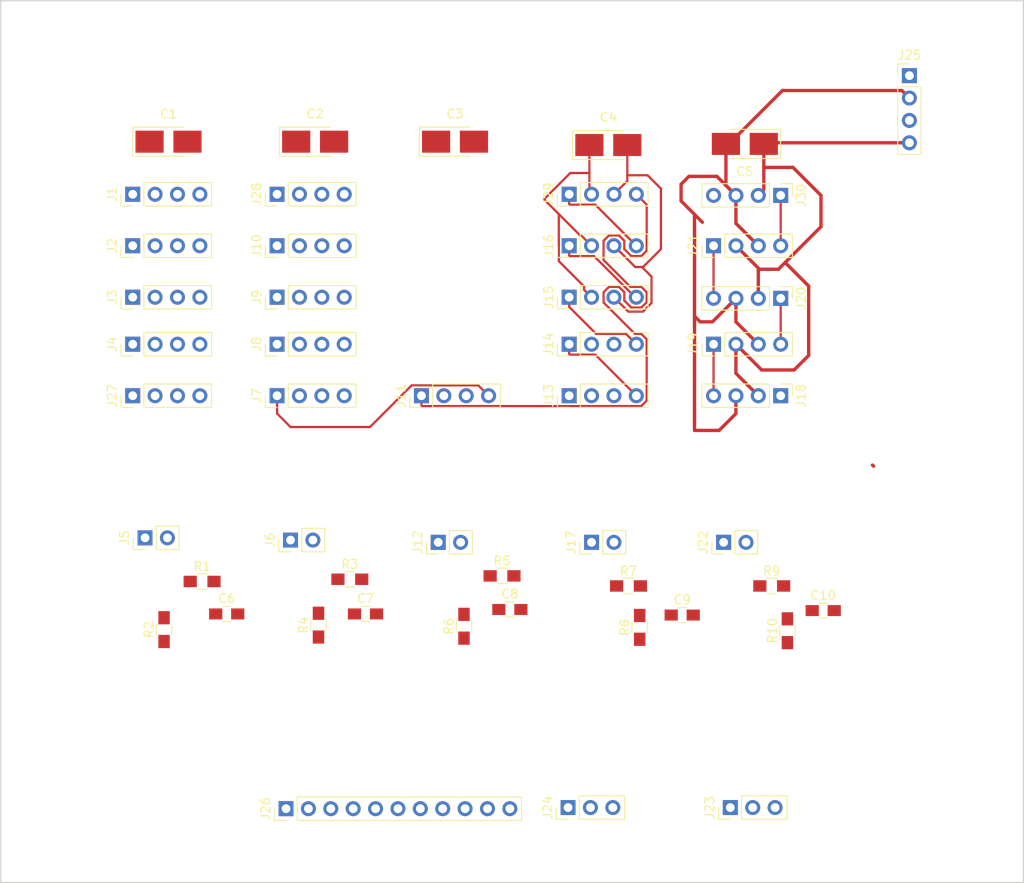
<source format=kicad_pcb>
(kicad_pcb (version 4) (host pcbnew 4.0.7)

  (general
    (links 118)
    (no_connects 118)
    (area 49.962999 28.880999 166.191001 129.107001)
    (thickness 1.6)
    (drawings 6)
    (tracks 140)
    (zones 0)
    (modules 50)
    (nets 38)
  )

  (page A4)
  (layers
    (0 F.Cu signal)
    (31 B.Cu signal)
    (32 B.Adhes user)
    (33 F.Adhes user)
    (34 B.Paste user)
    (35 F.Paste user)
    (36 B.SilkS user)
    (37 F.SilkS user)
    (38 B.Mask user)
    (39 F.Mask user)
    (40 Dwgs.User user)
    (41 Cmts.User user hide)
    (42 Eco1.User user)
    (43 Eco2.User user)
    (44 Edge.Cuts user)
    (45 Margin user)
    (46 B.CrtYd user)
    (47 F.CrtYd user)
    (48 B.Fab user)
    (49 F.Fab user)
  )

  (setup
    (last_trace_width 0.381)
    (user_trace_width 0.1524)
    (user_trace_width 0.254)
    (user_trace_width 0.381)
    (user_trace_width 0.508)
    (user_trace_width 0.8128)
    (trace_clearance 0.2)
    (zone_clearance 0.508)
    (zone_45_only no)
    (trace_min 0.1)
    (segment_width 0.2)
    (edge_width 0.15)
    (via_size 0.6)
    (via_drill 0.4)
    (via_min_size 0.4)
    (via_min_drill 0.2)
    (user_via 0.4826 0.3302)
    (user_via 0.5 0.4)
    (user_via 1.905 0.254)
    (uvia_size 0.3)
    (uvia_drill 0.1)
    (uvias_allowed no)
    (uvia_min_size 0.2)
    (uvia_min_drill 0.1)
    (pcb_text_width 0.3)
    (pcb_text_size 1.5 1.5)
    (mod_edge_width 0.15)
    (mod_text_size 1 1)
    (mod_text_width 0.15)
    (pad_size 5.064 5.064)
    (pad_drill 4)
    (pad_to_mask_clearance 0.2)
    (aux_axis_origin 0 0)
    (visible_elements FFFFFF7F)
    (pcbplotparams
      (layerselection 0x00030_80000001)
      (usegerberextensions false)
      (excludeedgelayer true)
      (linewidth 0.100000)
      (plotframeref false)
      (viasonmask false)
      (mode 1)
      (useauxorigin false)
      (hpglpennumber 1)
      (hpglpenspeed 20)
      (hpglpendiameter 15)
      (hpglpenoverlay 2)
      (psnegative false)
      (psa4output false)
      (plotreference true)
      (plotvalue true)
      (plotinvisibletext false)
      (padsonsilk false)
      (subtractmaskfromsilk false)
      (outputformat 1)
      (mirror false)
      (drillshape 1)
      (scaleselection 1)
      (outputdirectory ""))
  )

  (net 0 "")
  (net 1 /btn_1)
  (net 2 /btn_2)
  (net 3 /btn_3)
  (net 4 /btn_4)
  (net 5 /btn_5)
  (net 6 /leds_2)
  (net 7 "Net-(J1-Pad4)")
  (net 8 "Net-(J2-Pad4)")
  (net 9 "Net-(J3-Pad4)")
  (net 10 "Net-(J5-Pad2)")
  (net 11 "Net-(J6-Pad2)")
  (net 12 /leds_3)
  (net 13 "Net-(J7-Pad4)")
  (net 14 "Net-(J8-Pad4)")
  (net 15 "Net-(J10-Pad1)")
  (net 16 /leds_4)
  (net 17 "Net-(J12-Pad2)")
  (net 18 /leds_5)
  (net 19 "Net-(J13-Pad4)")
  (net 20 "Net-(J14-Pad4)")
  (net 21 "Net-(J15-Pad4)")
  (net 22 "Net-(J17-Pad2)")
  (net 23 /data_leds)
  (net 24 "Net-(J18-Pad4)")
  (net 25 "Net-(J19-Pad4)")
  (net 26 "Net-(J20-Pad4)")
  (net 27 "Net-(J22-Pad2)")
  (net 28 /pot_1)
  (net 29 /pot_2)
  (net 30 GND)
  (net 31 +5V)
  (net 32 "Net-(J27-Pad1)")
  (net 33 "Net-(J10-Pad4)")
  (net 34 "Net-(J16-Pad4)")
  (net 35 "Net-(J21-Pad4)")
  (net 36 "Net-(J26-Pad10)")
  (net 37 "Net-(J27-Pad4)")

  (net_class Default "This is the default net class."
    (clearance 0.2)
    (trace_width 0.25)
    (via_dia 0.6)
    (via_drill 0.4)
    (uvia_dia 0.3)
    (uvia_drill 0.1)
    (add_net +5V)
    (add_net /btn_1)
    (add_net /btn_2)
    (add_net /btn_3)
    (add_net /btn_4)
    (add_net /btn_5)
    (add_net /data_leds)
    (add_net /leds_2)
    (add_net /leds_3)
    (add_net /leds_4)
    (add_net /leds_5)
    (add_net /pot_1)
    (add_net /pot_2)
    (add_net GND)
    (add_net "Net-(J1-Pad4)")
    (add_net "Net-(J10-Pad1)")
    (add_net "Net-(J10-Pad4)")
    (add_net "Net-(J12-Pad2)")
    (add_net "Net-(J13-Pad4)")
    (add_net "Net-(J14-Pad4)")
    (add_net "Net-(J15-Pad4)")
    (add_net "Net-(J16-Pad4)")
    (add_net "Net-(J17-Pad2)")
    (add_net "Net-(J18-Pad4)")
    (add_net "Net-(J19-Pad4)")
    (add_net "Net-(J2-Pad4)")
    (add_net "Net-(J20-Pad4)")
    (add_net "Net-(J21-Pad4)")
    (add_net "Net-(J22-Pad2)")
    (add_net "Net-(J26-Pad10)")
    (add_net "Net-(J27-Pad1)")
    (add_net "Net-(J27-Pad4)")
    (add_net "Net-(J3-Pad4)")
    (add_net "Net-(J5-Pad2)")
    (add_net "Net-(J6-Pad2)")
    (add_net "Net-(J7-Pad4)")
    (add_net "Net-(J8-Pad4)")
  )

  (module Capacitors_Tantalum_SMD:CP_Tantalum_Case-T_EIA-3528-12_Hand (layer F.Cu) (tedit 58CC8C08) (tstamp 5B24BD27)
    (at 69.088 44.958)
    (descr "Tantalum capacitor, Case T, EIA 3528-12, 3.5x2.8x1.2mm, Hand soldering footprint")
    (tags "capacitor tantalum smd")
    (path /5B21ABA4)
    (attr smd)
    (fp_text reference C1 (at 0 -3.15) (layer F.SilkS)
      (effects (font (size 1 1) (thickness 0.15)))
    )
    (fp_text value CP (at 0 3.15) (layer F.Fab)
      (effects (font (size 1 1) (thickness 0.15)))
    )
    (fp_text user %R (at 0 0) (layer F.Fab)
      (effects (font (size 0.8 0.8) (thickness 0.12)))
    )
    (fp_line (start -4.15 -1.75) (end -4.15 1.75) (layer F.CrtYd) (width 0.05))
    (fp_line (start -4.15 1.75) (end 4.15 1.75) (layer F.CrtYd) (width 0.05))
    (fp_line (start 4.15 1.75) (end 4.15 -1.75) (layer F.CrtYd) (width 0.05))
    (fp_line (start 4.15 -1.75) (end -4.15 -1.75) (layer F.CrtYd) (width 0.05))
    (fp_line (start -1.75 -1.4) (end -1.75 1.4) (layer F.Fab) (width 0.1))
    (fp_line (start -1.75 1.4) (end 1.75 1.4) (layer F.Fab) (width 0.1))
    (fp_line (start 1.75 1.4) (end 1.75 -1.4) (layer F.Fab) (width 0.1))
    (fp_line (start 1.75 -1.4) (end -1.75 -1.4) (layer F.Fab) (width 0.1))
    (fp_line (start -1.4 -1.4) (end -1.4 1.4) (layer F.Fab) (width 0.1))
    (fp_line (start -1.225 -1.4) (end -1.225 1.4) (layer F.Fab) (width 0.1))
    (fp_line (start -4.05 -1.65) (end 1.75 -1.65) (layer F.SilkS) (width 0.12))
    (fp_line (start -4.05 1.65) (end 1.75 1.65) (layer F.SilkS) (width 0.12))
    (fp_line (start -4.05 -1.65) (end -4.05 1.65) (layer F.SilkS) (width 0.12))
    (pad 1 smd rect (at -2.15 0) (size 3.2 2.5) (layers F.Cu F.Paste F.Mask)
      (net 31 +5V))
    (pad 2 smd rect (at 2.15 0) (size 3.2 2.5) (layers F.Cu F.Paste F.Mask)
      (net 30 GND))
    (model Capacitors_Tantalum_SMD.3dshapes/CP_Tantalum_Case-T_EIA-3528-12.wrl
      (at (xyz 0 0 0))
      (scale (xyz 1 1 1))
      (rotate (xyz 0 0 0))
    )
  )

  (module Capacitors_Tantalum_SMD:CP_Tantalum_Case-T_EIA-3528-12_Hand (layer F.Cu) (tedit 58CC8C08) (tstamp 5B24BD3B)
    (at 85.725 44.958)
    (descr "Tantalum capacitor, Case T, EIA 3528-12, 3.5x2.8x1.2mm, Hand soldering footprint")
    (tags "capacitor tantalum smd")
    (path /5B21AC5B)
    (attr smd)
    (fp_text reference C2 (at 0 -3.15) (layer F.SilkS)
      (effects (font (size 1 1) (thickness 0.15)))
    )
    (fp_text value CP (at 0 3.15) (layer F.Fab)
      (effects (font (size 1 1) (thickness 0.15)))
    )
    (fp_text user %R (at 0 0) (layer F.Fab)
      (effects (font (size 0.8 0.8) (thickness 0.12)))
    )
    (fp_line (start -4.15 -1.75) (end -4.15 1.75) (layer F.CrtYd) (width 0.05))
    (fp_line (start -4.15 1.75) (end 4.15 1.75) (layer F.CrtYd) (width 0.05))
    (fp_line (start 4.15 1.75) (end 4.15 -1.75) (layer F.CrtYd) (width 0.05))
    (fp_line (start 4.15 -1.75) (end -4.15 -1.75) (layer F.CrtYd) (width 0.05))
    (fp_line (start -1.75 -1.4) (end -1.75 1.4) (layer F.Fab) (width 0.1))
    (fp_line (start -1.75 1.4) (end 1.75 1.4) (layer F.Fab) (width 0.1))
    (fp_line (start 1.75 1.4) (end 1.75 -1.4) (layer F.Fab) (width 0.1))
    (fp_line (start 1.75 -1.4) (end -1.75 -1.4) (layer F.Fab) (width 0.1))
    (fp_line (start -1.4 -1.4) (end -1.4 1.4) (layer F.Fab) (width 0.1))
    (fp_line (start -1.225 -1.4) (end -1.225 1.4) (layer F.Fab) (width 0.1))
    (fp_line (start -4.05 -1.65) (end 1.75 -1.65) (layer F.SilkS) (width 0.12))
    (fp_line (start -4.05 1.65) (end 1.75 1.65) (layer F.SilkS) (width 0.12))
    (fp_line (start -4.05 -1.65) (end -4.05 1.65) (layer F.SilkS) (width 0.12))
    (pad 1 smd rect (at -2.15 0) (size 3.2 2.5) (layers F.Cu F.Paste F.Mask)
      (net 31 +5V))
    (pad 2 smd rect (at 2.15 0) (size 3.2 2.5) (layers F.Cu F.Paste F.Mask)
      (net 30 GND))
    (model Capacitors_Tantalum_SMD.3dshapes/CP_Tantalum_Case-T_EIA-3528-12.wrl
      (at (xyz 0 0 0))
      (scale (xyz 1 1 1))
      (rotate (xyz 0 0 0))
    )
  )

  (module Capacitors_Tantalum_SMD:CP_Tantalum_Case-T_EIA-3528-12_Hand (layer F.Cu) (tedit 58CC8C08) (tstamp 5B24BD4F)
    (at 101.6 44.958)
    (descr "Tantalum capacitor, Case T, EIA 3528-12, 3.5x2.8x1.2mm, Hand soldering footprint")
    (tags "capacitor tantalum smd")
    (path /5B21ACD4)
    (attr smd)
    (fp_text reference C3 (at 0 -3.15) (layer F.SilkS)
      (effects (font (size 1 1) (thickness 0.15)))
    )
    (fp_text value CP (at 0 3.15) (layer F.Fab)
      (effects (font (size 1 1) (thickness 0.15)))
    )
    (fp_text user %R (at 0 0) (layer F.Fab)
      (effects (font (size 0.8 0.8) (thickness 0.12)))
    )
    (fp_line (start -4.15 -1.75) (end -4.15 1.75) (layer F.CrtYd) (width 0.05))
    (fp_line (start -4.15 1.75) (end 4.15 1.75) (layer F.CrtYd) (width 0.05))
    (fp_line (start 4.15 1.75) (end 4.15 -1.75) (layer F.CrtYd) (width 0.05))
    (fp_line (start 4.15 -1.75) (end -4.15 -1.75) (layer F.CrtYd) (width 0.05))
    (fp_line (start -1.75 -1.4) (end -1.75 1.4) (layer F.Fab) (width 0.1))
    (fp_line (start -1.75 1.4) (end 1.75 1.4) (layer F.Fab) (width 0.1))
    (fp_line (start 1.75 1.4) (end 1.75 -1.4) (layer F.Fab) (width 0.1))
    (fp_line (start 1.75 -1.4) (end -1.75 -1.4) (layer F.Fab) (width 0.1))
    (fp_line (start -1.4 -1.4) (end -1.4 1.4) (layer F.Fab) (width 0.1))
    (fp_line (start -1.225 -1.4) (end -1.225 1.4) (layer F.Fab) (width 0.1))
    (fp_line (start -4.05 -1.65) (end 1.75 -1.65) (layer F.SilkS) (width 0.12))
    (fp_line (start -4.05 1.65) (end 1.75 1.65) (layer F.SilkS) (width 0.12))
    (fp_line (start -4.05 -1.65) (end -4.05 1.65) (layer F.SilkS) (width 0.12))
    (pad 1 smd rect (at -2.15 0) (size 3.2 2.5) (layers F.Cu F.Paste F.Mask)
      (net 31 +5V))
    (pad 2 smd rect (at 2.15 0) (size 3.2 2.5) (layers F.Cu F.Paste F.Mask)
      (net 30 GND))
    (model Capacitors_Tantalum_SMD.3dshapes/CP_Tantalum_Case-T_EIA-3528-12.wrl
      (at (xyz 0 0 0))
      (scale (xyz 1 1 1))
      (rotate (xyz 0 0 0))
    )
  )

  (module Capacitors_Tantalum_SMD:CP_Tantalum_Case-T_EIA-3528-12_Hand (layer F.Cu) (tedit 58CC8C08) (tstamp 5B24BD63)
    (at 118.999 45.339)
    (descr "Tantalum capacitor, Case T, EIA 3528-12, 3.5x2.8x1.2mm, Hand soldering footprint")
    (tags "capacitor tantalum smd")
    (path /5B21AD66)
    (attr smd)
    (fp_text reference C4 (at 0 -3.15) (layer F.SilkS)
      (effects (font (size 1 1) (thickness 0.15)))
    )
    (fp_text value CP (at 0 3.15) (layer F.Fab)
      (effects (font (size 1 1) (thickness 0.15)))
    )
    (fp_text user %R (at 0 0) (layer F.Fab)
      (effects (font (size 0.8 0.8) (thickness 0.12)))
    )
    (fp_line (start -4.15 -1.75) (end -4.15 1.75) (layer F.CrtYd) (width 0.05))
    (fp_line (start -4.15 1.75) (end 4.15 1.75) (layer F.CrtYd) (width 0.05))
    (fp_line (start 4.15 1.75) (end 4.15 -1.75) (layer F.CrtYd) (width 0.05))
    (fp_line (start 4.15 -1.75) (end -4.15 -1.75) (layer F.CrtYd) (width 0.05))
    (fp_line (start -1.75 -1.4) (end -1.75 1.4) (layer F.Fab) (width 0.1))
    (fp_line (start -1.75 1.4) (end 1.75 1.4) (layer F.Fab) (width 0.1))
    (fp_line (start 1.75 1.4) (end 1.75 -1.4) (layer F.Fab) (width 0.1))
    (fp_line (start 1.75 -1.4) (end -1.75 -1.4) (layer F.Fab) (width 0.1))
    (fp_line (start -1.4 -1.4) (end -1.4 1.4) (layer F.Fab) (width 0.1))
    (fp_line (start -1.225 -1.4) (end -1.225 1.4) (layer F.Fab) (width 0.1))
    (fp_line (start -4.05 -1.65) (end 1.75 -1.65) (layer F.SilkS) (width 0.12))
    (fp_line (start -4.05 1.65) (end 1.75 1.65) (layer F.SilkS) (width 0.12))
    (fp_line (start -4.05 -1.65) (end -4.05 1.65) (layer F.SilkS) (width 0.12))
    (pad 1 smd rect (at -2.15 0) (size 3.2 2.5) (layers F.Cu F.Paste F.Mask)
      (net 31 +5V))
    (pad 2 smd rect (at 2.15 0) (size 3.2 2.5) (layers F.Cu F.Paste F.Mask)
      (net 30 GND))
    (model Capacitors_Tantalum_SMD.3dshapes/CP_Tantalum_Case-T_EIA-3528-12.wrl
      (at (xyz 0 0 0))
      (scale (xyz 1 1 1))
      (rotate (xyz 0 0 0))
    )
  )

  (module Capacitors_Tantalum_SMD:CP_Tantalum_Case-T_EIA-3528-12_Hand (layer F.Cu) (tedit 58CC8C08) (tstamp 5B24BD77)
    (at 134.493 45.212 180)
    (descr "Tantalum capacitor, Case T, EIA 3528-12, 3.5x2.8x1.2mm, Hand soldering footprint")
    (tags "capacitor tantalum smd")
    (path /5B22358D)
    (attr smd)
    (fp_text reference C5 (at 0 -3.15 180) (layer F.SilkS)
      (effects (font (size 1 1) (thickness 0.15)))
    )
    (fp_text value CP (at 0 3.15 180) (layer F.Fab)
      (effects (font (size 1 1) (thickness 0.15)))
    )
    (fp_text user %R (at 0 0 180) (layer F.Fab)
      (effects (font (size 0.8 0.8) (thickness 0.12)))
    )
    (fp_line (start -4.15 -1.75) (end -4.15 1.75) (layer F.CrtYd) (width 0.05))
    (fp_line (start -4.15 1.75) (end 4.15 1.75) (layer F.CrtYd) (width 0.05))
    (fp_line (start 4.15 1.75) (end 4.15 -1.75) (layer F.CrtYd) (width 0.05))
    (fp_line (start 4.15 -1.75) (end -4.15 -1.75) (layer F.CrtYd) (width 0.05))
    (fp_line (start -1.75 -1.4) (end -1.75 1.4) (layer F.Fab) (width 0.1))
    (fp_line (start -1.75 1.4) (end 1.75 1.4) (layer F.Fab) (width 0.1))
    (fp_line (start 1.75 1.4) (end 1.75 -1.4) (layer F.Fab) (width 0.1))
    (fp_line (start 1.75 -1.4) (end -1.75 -1.4) (layer F.Fab) (width 0.1))
    (fp_line (start -1.4 -1.4) (end -1.4 1.4) (layer F.Fab) (width 0.1))
    (fp_line (start -1.225 -1.4) (end -1.225 1.4) (layer F.Fab) (width 0.1))
    (fp_line (start -4.05 -1.65) (end 1.75 -1.65) (layer F.SilkS) (width 0.12))
    (fp_line (start -4.05 1.65) (end 1.75 1.65) (layer F.SilkS) (width 0.12))
    (fp_line (start -4.05 -1.65) (end -4.05 1.65) (layer F.SilkS) (width 0.12))
    (pad 1 smd rect (at -2.15 0 180) (size 3.2 2.5) (layers F.Cu F.Paste F.Mask)
      (net 31 +5V))
    (pad 2 smd rect (at 2.15 0 180) (size 3.2 2.5) (layers F.Cu F.Paste F.Mask)
      (net 30 GND))
    (model Capacitors_Tantalum_SMD.3dshapes/CP_Tantalum_Case-T_EIA-3528-12.wrl
      (at (xyz 0 0 0))
      (scale (xyz 1 1 1))
      (rotate (xyz 0 0 0))
    )
  )

  (module Capacitors_SMD:C_0805_HandSoldering (layer F.Cu) (tedit 58AA84A8) (tstamp 5B24BD88)
    (at 75.692 98.552)
    (descr "Capacitor SMD 0805, hand soldering")
    (tags "capacitor 0805")
    (path /5B233586)
    (attr smd)
    (fp_text reference C6 (at 0 -1.75) (layer F.SilkS)
      (effects (font (size 1 1) (thickness 0.15)))
    )
    (fp_text value 100nF (at 0 1.75) (layer F.Fab)
      (effects (font (size 1 1) (thickness 0.15)))
    )
    (fp_text user %R (at 0 -1.75) (layer F.Fab)
      (effects (font (size 1 1) (thickness 0.15)))
    )
    (fp_line (start -1 0.62) (end -1 -0.62) (layer F.Fab) (width 0.1))
    (fp_line (start 1 0.62) (end -1 0.62) (layer F.Fab) (width 0.1))
    (fp_line (start 1 -0.62) (end 1 0.62) (layer F.Fab) (width 0.1))
    (fp_line (start -1 -0.62) (end 1 -0.62) (layer F.Fab) (width 0.1))
    (fp_line (start 0.5 -0.85) (end -0.5 -0.85) (layer F.SilkS) (width 0.12))
    (fp_line (start -0.5 0.85) (end 0.5 0.85) (layer F.SilkS) (width 0.12))
    (fp_line (start -2.25 -0.88) (end 2.25 -0.88) (layer F.CrtYd) (width 0.05))
    (fp_line (start -2.25 -0.88) (end -2.25 0.87) (layer F.CrtYd) (width 0.05))
    (fp_line (start 2.25 0.87) (end 2.25 -0.88) (layer F.CrtYd) (width 0.05))
    (fp_line (start 2.25 0.87) (end -2.25 0.87) (layer F.CrtYd) (width 0.05))
    (pad 1 smd rect (at -1.25 0) (size 1.5 1.25) (layers F.Cu F.Paste F.Mask)
      (net 1 /btn_1))
    (pad 2 smd rect (at 1.25 0) (size 1.5 1.25) (layers F.Cu F.Paste F.Mask)
      (net 30 GND))
    (model Capacitors_SMD.3dshapes/C_0805.wrl
      (at (xyz 0 0 0))
      (scale (xyz 1 1 1))
      (rotate (xyz 0 0 0))
    )
  )

  (module Capacitors_SMD:C_0805_HandSoldering (layer F.Cu) (tedit 58AA84A8) (tstamp 5B24BD99)
    (at 91.44 98.552)
    (descr "Capacitor SMD 0805, hand soldering")
    (tags "capacitor 0805")
    (path /5B233F25)
    (attr smd)
    (fp_text reference C7 (at 0 -1.75) (layer F.SilkS)
      (effects (font (size 1 1) (thickness 0.15)))
    )
    (fp_text value 100nF (at 0 1.75) (layer F.Fab)
      (effects (font (size 1 1) (thickness 0.15)))
    )
    (fp_text user %R (at 0 -1.75) (layer F.Fab)
      (effects (font (size 1 1) (thickness 0.15)))
    )
    (fp_line (start -1 0.62) (end -1 -0.62) (layer F.Fab) (width 0.1))
    (fp_line (start 1 0.62) (end -1 0.62) (layer F.Fab) (width 0.1))
    (fp_line (start 1 -0.62) (end 1 0.62) (layer F.Fab) (width 0.1))
    (fp_line (start -1 -0.62) (end 1 -0.62) (layer F.Fab) (width 0.1))
    (fp_line (start 0.5 -0.85) (end -0.5 -0.85) (layer F.SilkS) (width 0.12))
    (fp_line (start -0.5 0.85) (end 0.5 0.85) (layer F.SilkS) (width 0.12))
    (fp_line (start -2.25 -0.88) (end 2.25 -0.88) (layer F.CrtYd) (width 0.05))
    (fp_line (start -2.25 -0.88) (end -2.25 0.87) (layer F.CrtYd) (width 0.05))
    (fp_line (start 2.25 0.87) (end 2.25 -0.88) (layer F.CrtYd) (width 0.05))
    (fp_line (start 2.25 0.87) (end -2.25 0.87) (layer F.CrtYd) (width 0.05))
    (pad 1 smd rect (at -1.25 0) (size 1.5 1.25) (layers F.Cu F.Paste F.Mask)
      (net 2 /btn_2))
    (pad 2 smd rect (at 1.25 0) (size 1.5 1.25) (layers F.Cu F.Paste F.Mask)
      (net 30 GND))
    (model Capacitors_SMD.3dshapes/C_0805.wrl
      (at (xyz 0 0 0))
      (scale (xyz 1 1 1))
      (rotate (xyz 0 0 0))
    )
  )

  (module Capacitors_SMD:C_0805_HandSoldering (layer F.Cu) (tedit 58AA84A8) (tstamp 5B24BDAA)
    (at 107.823 98.044)
    (descr "Capacitor SMD 0805, hand soldering")
    (tags "capacitor 0805")
    (path /5B23467B)
    (attr smd)
    (fp_text reference C8 (at 0 -1.75) (layer F.SilkS)
      (effects (font (size 1 1) (thickness 0.15)))
    )
    (fp_text value 100nF (at 0 1.75) (layer F.Fab)
      (effects (font (size 1 1) (thickness 0.15)))
    )
    (fp_text user %R (at 0 -1.75) (layer F.Fab)
      (effects (font (size 1 1) (thickness 0.15)))
    )
    (fp_line (start -1 0.62) (end -1 -0.62) (layer F.Fab) (width 0.1))
    (fp_line (start 1 0.62) (end -1 0.62) (layer F.Fab) (width 0.1))
    (fp_line (start 1 -0.62) (end 1 0.62) (layer F.Fab) (width 0.1))
    (fp_line (start -1 -0.62) (end 1 -0.62) (layer F.Fab) (width 0.1))
    (fp_line (start 0.5 -0.85) (end -0.5 -0.85) (layer F.SilkS) (width 0.12))
    (fp_line (start -0.5 0.85) (end 0.5 0.85) (layer F.SilkS) (width 0.12))
    (fp_line (start -2.25 -0.88) (end 2.25 -0.88) (layer F.CrtYd) (width 0.05))
    (fp_line (start -2.25 -0.88) (end -2.25 0.87) (layer F.CrtYd) (width 0.05))
    (fp_line (start 2.25 0.87) (end 2.25 -0.88) (layer F.CrtYd) (width 0.05))
    (fp_line (start 2.25 0.87) (end -2.25 0.87) (layer F.CrtYd) (width 0.05))
    (pad 1 smd rect (at -1.25 0) (size 1.5 1.25) (layers F.Cu F.Paste F.Mask)
      (net 3 /btn_3))
    (pad 2 smd rect (at 1.25 0) (size 1.5 1.25) (layers F.Cu F.Paste F.Mask)
      (net 30 GND))
    (model Capacitors_SMD.3dshapes/C_0805.wrl
      (at (xyz 0 0 0))
      (scale (xyz 1 1 1))
      (rotate (xyz 0 0 0))
    )
  )

  (module Capacitors_SMD:C_0805_HandSoldering (layer F.Cu) (tedit 58AA84A8) (tstamp 5B24BDBB)
    (at 127.381 98.679)
    (descr "Capacitor SMD 0805, hand soldering")
    (tags "capacitor 0805")
    (path /5B234B6C)
    (attr smd)
    (fp_text reference C9 (at 0 -1.75) (layer F.SilkS)
      (effects (font (size 1 1) (thickness 0.15)))
    )
    (fp_text value 100nF (at 0 1.75) (layer F.Fab)
      (effects (font (size 1 1) (thickness 0.15)))
    )
    (fp_text user %R (at 0 -1.75) (layer F.Fab)
      (effects (font (size 1 1) (thickness 0.15)))
    )
    (fp_line (start -1 0.62) (end -1 -0.62) (layer F.Fab) (width 0.1))
    (fp_line (start 1 0.62) (end -1 0.62) (layer F.Fab) (width 0.1))
    (fp_line (start 1 -0.62) (end 1 0.62) (layer F.Fab) (width 0.1))
    (fp_line (start -1 -0.62) (end 1 -0.62) (layer F.Fab) (width 0.1))
    (fp_line (start 0.5 -0.85) (end -0.5 -0.85) (layer F.SilkS) (width 0.12))
    (fp_line (start -0.5 0.85) (end 0.5 0.85) (layer F.SilkS) (width 0.12))
    (fp_line (start -2.25 -0.88) (end 2.25 -0.88) (layer F.CrtYd) (width 0.05))
    (fp_line (start -2.25 -0.88) (end -2.25 0.87) (layer F.CrtYd) (width 0.05))
    (fp_line (start 2.25 0.87) (end 2.25 -0.88) (layer F.CrtYd) (width 0.05))
    (fp_line (start 2.25 0.87) (end -2.25 0.87) (layer F.CrtYd) (width 0.05))
    (pad 1 smd rect (at -1.25 0) (size 1.5 1.25) (layers F.Cu F.Paste F.Mask)
      (net 4 /btn_4))
    (pad 2 smd rect (at 1.25 0) (size 1.5 1.25) (layers F.Cu F.Paste F.Mask)
      (net 30 GND))
    (model Capacitors_SMD.3dshapes/C_0805.wrl
      (at (xyz 0 0 0))
      (scale (xyz 1 1 1))
      (rotate (xyz 0 0 0))
    )
  )

  (module Capacitors_SMD:C_0805_HandSoldering (layer F.Cu) (tedit 58AA84A8) (tstamp 5B24BDCC)
    (at 143.383 98.171)
    (descr "Capacitor SMD 0805, hand soldering")
    (tags "capacitor 0805")
    (path /5B234F71)
    (attr smd)
    (fp_text reference C10 (at 0 -1.75) (layer F.SilkS)
      (effects (font (size 1 1) (thickness 0.15)))
    )
    (fp_text value 100nF (at 0 1.75) (layer F.Fab)
      (effects (font (size 1 1) (thickness 0.15)))
    )
    (fp_text user %R (at 0 -1.75) (layer F.Fab)
      (effects (font (size 1 1) (thickness 0.15)))
    )
    (fp_line (start -1 0.62) (end -1 -0.62) (layer F.Fab) (width 0.1))
    (fp_line (start 1 0.62) (end -1 0.62) (layer F.Fab) (width 0.1))
    (fp_line (start 1 -0.62) (end 1 0.62) (layer F.Fab) (width 0.1))
    (fp_line (start -1 -0.62) (end 1 -0.62) (layer F.Fab) (width 0.1))
    (fp_line (start 0.5 -0.85) (end -0.5 -0.85) (layer F.SilkS) (width 0.12))
    (fp_line (start -0.5 0.85) (end 0.5 0.85) (layer F.SilkS) (width 0.12))
    (fp_line (start -2.25 -0.88) (end 2.25 -0.88) (layer F.CrtYd) (width 0.05))
    (fp_line (start -2.25 -0.88) (end -2.25 0.87) (layer F.CrtYd) (width 0.05))
    (fp_line (start 2.25 0.87) (end 2.25 -0.88) (layer F.CrtYd) (width 0.05))
    (fp_line (start 2.25 0.87) (end -2.25 0.87) (layer F.CrtYd) (width 0.05))
    (pad 1 smd rect (at -1.25 0) (size 1.5 1.25) (layers F.Cu F.Paste F.Mask)
      (net 5 /btn_5))
    (pad 2 smd rect (at 1.25 0) (size 1.5 1.25) (layers F.Cu F.Paste F.Mask)
      (net 30 GND))
    (model Capacitors_SMD.3dshapes/C_0805.wrl
      (at (xyz 0 0 0))
      (scale (xyz 1 1 1))
      (rotate (xyz 0 0 0))
    )
  )

  (module Pin_Headers:Pin_Header_Straight_1x04_Pitch2.54mm (layer F.Cu) (tedit 59650532) (tstamp 5B24BDE4)
    (at 65.024 50.927 90)
    (descr "Through hole straight pin header, 1x04, 2.54mm pitch, single row")
    (tags "Through hole pin header THT 1x04 2.54mm single row")
    (path /5B219A10)
    (fp_text reference J1 (at 0 -2.33 90) (layer F.SilkS)
      (effects (font (size 1 1) (thickness 0.15)))
    )
    (fp_text value leds_1 (at 0 9.95 90) (layer F.Fab)
      (effects (font (size 1 1) (thickness 0.15)))
    )
    (fp_line (start -0.635 -1.27) (end 1.27 -1.27) (layer F.Fab) (width 0.1))
    (fp_line (start 1.27 -1.27) (end 1.27 8.89) (layer F.Fab) (width 0.1))
    (fp_line (start 1.27 8.89) (end -1.27 8.89) (layer F.Fab) (width 0.1))
    (fp_line (start -1.27 8.89) (end -1.27 -0.635) (layer F.Fab) (width 0.1))
    (fp_line (start -1.27 -0.635) (end -0.635 -1.27) (layer F.Fab) (width 0.1))
    (fp_line (start -1.33 8.95) (end 1.33 8.95) (layer F.SilkS) (width 0.12))
    (fp_line (start -1.33 1.27) (end -1.33 8.95) (layer F.SilkS) (width 0.12))
    (fp_line (start 1.33 1.27) (end 1.33 8.95) (layer F.SilkS) (width 0.12))
    (fp_line (start -1.33 1.27) (end 1.33 1.27) (layer F.SilkS) (width 0.12))
    (fp_line (start -1.33 0) (end -1.33 -1.33) (layer F.SilkS) (width 0.12))
    (fp_line (start -1.33 -1.33) (end 0 -1.33) (layer F.SilkS) (width 0.12))
    (fp_line (start -1.8 -1.8) (end -1.8 9.4) (layer F.CrtYd) (width 0.05))
    (fp_line (start -1.8 9.4) (end 1.8 9.4) (layer F.CrtYd) (width 0.05))
    (fp_line (start 1.8 9.4) (end 1.8 -1.8) (layer F.CrtYd) (width 0.05))
    (fp_line (start 1.8 -1.8) (end -1.8 -1.8) (layer F.CrtYd) (width 0.05))
    (fp_text user %R (at 0 3.81 180) (layer F.Fab)
      (effects (font (size 1 1) (thickness 0.15)))
    )
    (pad 1 thru_hole rect (at 0 0 90) (size 1.7 1.7) (drill 1) (layers *.Cu *.Mask)
      (net 6 /leds_2))
    (pad 2 thru_hole oval (at 0 2.54 90) (size 1.7 1.7) (drill 1) (layers *.Cu *.Mask)
      (net 31 +5V))
    (pad 3 thru_hole oval (at 0 5.08 90) (size 1.7 1.7) (drill 1) (layers *.Cu *.Mask)
      (net 30 GND))
    (pad 4 thru_hole oval (at 0 7.62 90) (size 1.7 1.7) (drill 1) (layers *.Cu *.Mask)
      (net 7 "Net-(J1-Pad4)"))
    (model ${KISYS3DMOD}/Pin_Headers.3dshapes/Pin_Header_Straight_1x04_Pitch2.54mm.wrl
      (at (xyz 0 0 0))
      (scale (xyz 1 1 1))
      (rotate (xyz 0 0 0))
    )
  )

  (module Pin_Headers:Pin_Header_Straight_1x04_Pitch2.54mm (layer F.Cu) (tedit 59650532) (tstamp 5B24BDFC)
    (at 65.024 56.769 90)
    (descr "Through hole straight pin header, 1x04, 2.54mm pitch, single row")
    (tags "Through hole pin header THT 1x04 2.54mm single row")
    (path /5B21992A)
    (fp_text reference J2 (at 0 -2.33 90) (layer F.SilkS)
      (effects (font (size 1 1) (thickness 0.15)))
    )
    (fp_text value leds_1 (at 0 9.95 90) (layer F.Fab)
      (effects (font (size 1 1) (thickness 0.15)))
    )
    (fp_line (start -0.635 -1.27) (end 1.27 -1.27) (layer F.Fab) (width 0.1))
    (fp_line (start 1.27 -1.27) (end 1.27 8.89) (layer F.Fab) (width 0.1))
    (fp_line (start 1.27 8.89) (end -1.27 8.89) (layer F.Fab) (width 0.1))
    (fp_line (start -1.27 8.89) (end -1.27 -0.635) (layer F.Fab) (width 0.1))
    (fp_line (start -1.27 -0.635) (end -0.635 -1.27) (layer F.Fab) (width 0.1))
    (fp_line (start -1.33 8.95) (end 1.33 8.95) (layer F.SilkS) (width 0.12))
    (fp_line (start -1.33 1.27) (end -1.33 8.95) (layer F.SilkS) (width 0.12))
    (fp_line (start 1.33 1.27) (end 1.33 8.95) (layer F.SilkS) (width 0.12))
    (fp_line (start -1.33 1.27) (end 1.33 1.27) (layer F.SilkS) (width 0.12))
    (fp_line (start -1.33 0) (end -1.33 -1.33) (layer F.SilkS) (width 0.12))
    (fp_line (start -1.33 -1.33) (end 0 -1.33) (layer F.SilkS) (width 0.12))
    (fp_line (start -1.8 -1.8) (end -1.8 9.4) (layer F.CrtYd) (width 0.05))
    (fp_line (start -1.8 9.4) (end 1.8 9.4) (layer F.CrtYd) (width 0.05))
    (fp_line (start 1.8 9.4) (end 1.8 -1.8) (layer F.CrtYd) (width 0.05))
    (fp_line (start 1.8 -1.8) (end -1.8 -1.8) (layer F.CrtYd) (width 0.05))
    (fp_text user %R (at 0 3.81 180) (layer F.Fab)
      (effects (font (size 1 1) (thickness 0.15)))
    )
    (pad 1 thru_hole rect (at 0 0 90) (size 1.7 1.7) (drill 1) (layers *.Cu *.Mask)
      (net 7 "Net-(J1-Pad4)"))
    (pad 2 thru_hole oval (at 0 2.54 90) (size 1.7 1.7) (drill 1) (layers *.Cu *.Mask)
      (net 31 +5V))
    (pad 3 thru_hole oval (at 0 5.08 90) (size 1.7 1.7) (drill 1) (layers *.Cu *.Mask)
      (net 30 GND))
    (pad 4 thru_hole oval (at 0 7.62 90) (size 1.7 1.7) (drill 1) (layers *.Cu *.Mask)
      (net 8 "Net-(J2-Pad4)"))
    (model ${KISYS3DMOD}/Pin_Headers.3dshapes/Pin_Header_Straight_1x04_Pitch2.54mm.wrl
      (at (xyz 0 0 0))
      (scale (xyz 1 1 1))
      (rotate (xyz 0 0 0))
    )
  )

  (module Pin_Headers:Pin_Header_Straight_1x04_Pitch2.54mm (layer F.Cu) (tedit 59650532) (tstamp 5B24BE14)
    (at 65.024 62.611 90)
    (descr "Through hole straight pin header, 1x04, 2.54mm pitch, single row")
    (tags "Through hole pin header THT 1x04 2.54mm single row")
    (path /5B219C18)
    (fp_text reference J3 (at 0 -2.33 90) (layer F.SilkS)
      (effects (font (size 1 1) (thickness 0.15)))
    )
    (fp_text value leds_1 (at 0 9.95 90) (layer F.Fab)
      (effects (font (size 1 1) (thickness 0.15)))
    )
    (fp_line (start -0.635 -1.27) (end 1.27 -1.27) (layer F.Fab) (width 0.1))
    (fp_line (start 1.27 -1.27) (end 1.27 8.89) (layer F.Fab) (width 0.1))
    (fp_line (start 1.27 8.89) (end -1.27 8.89) (layer F.Fab) (width 0.1))
    (fp_line (start -1.27 8.89) (end -1.27 -0.635) (layer F.Fab) (width 0.1))
    (fp_line (start -1.27 -0.635) (end -0.635 -1.27) (layer F.Fab) (width 0.1))
    (fp_line (start -1.33 8.95) (end 1.33 8.95) (layer F.SilkS) (width 0.12))
    (fp_line (start -1.33 1.27) (end -1.33 8.95) (layer F.SilkS) (width 0.12))
    (fp_line (start 1.33 1.27) (end 1.33 8.95) (layer F.SilkS) (width 0.12))
    (fp_line (start -1.33 1.27) (end 1.33 1.27) (layer F.SilkS) (width 0.12))
    (fp_line (start -1.33 0) (end -1.33 -1.33) (layer F.SilkS) (width 0.12))
    (fp_line (start -1.33 -1.33) (end 0 -1.33) (layer F.SilkS) (width 0.12))
    (fp_line (start -1.8 -1.8) (end -1.8 9.4) (layer F.CrtYd) (width 0.05))
    (fp_line (start -1.8 9.4) (end 1.8 9.4) (layer F.CrtYd) (width 0.05))
    (fp_line (start 1.8 9.4) (end 1.8 -1.8) (layer F.CrtYd) (width 0.05))
    (fp_line (start 1.8 -1.8) (end -1.8 -1.8) (layer F.CrtYd) (width 0.05))
    (fp_text user %R (at 0 3.81 180) (layer F.Fab)
      (effects (font (size 1 1) (thickness 0.15)))
    )
    (pad 1 thru_hole rect (at 0 0 90) (size 1.7 1.7) (drill 1) (layers *.Cu *.Mask)
      (net 8 "Net-(J2-Pad4)"))
    (pad 2 thru_hole oval (at 0 2.54 90) (size 1.7 1.7) (drill 1) (layers *.Cu *.Mask)
      (net 31 +5V))
    (pad 3 thru_hole oval (at 0 5.08 90) (size 1.7 1.7) (drill 1) (layers *.Cu *.Mask)
      (net 30 GND))
    (pad 4 thru_hole oval (at 0 7.62 90) (size 1.7 1.7) (drill 1) (layers *.Cu *.Mask)
      (net 9 "Net-(J3-Pad4)"))
    (model ${KISYS3DMOD}/Pin_Headers.3dshapes/Pin_Header_Straight_1x04_Pitch2.54mm.wrl
      (at (xyz 0 0 0))
      (scale (xyz 1 1 1))
      (rotate (xyz 0 0 0))
    )
  )

  (module Pin_Headers:Pin_Header_Straight_1x04_Pitch2.54mm (layer F.Cu) (tedit 59650532) (tstamp 5B24BE2C)
    (at 65.024 67.945 90)
    (descr "Through hole straight pin header, 1x04, 2.54mm pitch, single row")
    (tags "Through hole pin header THT 1x04 2.54mm single row")
    (path /5B219C12)
    (fp_text reference J4 (at 0 -2.33 90) (layer F.SilkS)
      (effects (font (size 1 1) (thickness 0.15)))
    )
    (fp_text value leds_1 (at 0 9.95 90) (layer F.Fab)
      (effects (font (size 1 1) (thickness 0.15)))
    )
    (fp_line (start -0.635 -1.27) (end 1.27 -1.27) (layer F.Fab) (width 0.1))
    (fp_line (start 1.27 -1.27) (end 1.27 8.89) (layer F.Fab) (width 0.1))
    (fp_line (start 1.27 8.89) (end -1.27 8.89) (layer F.Fab) (width 0.1))
    (fp_line (start -1.27 8.89) (end -1.27 -0.635) (layer F.Fab) (width 0.1))
    (fp_line (start -1.27 -0.635) (end -0.635 -1.27) (layer F.Fab) (width 0.1))
    (fp_line (start -1.33 8.95) (end 1.33 8.95) (layer F.SilkS) (width 0.12))
    (fp_line (start -1.33 1.27) (end -1.33 8.95) (layer F.SilkS) (width 0.12))
    (fp_line (start 1.33 1.27) (end 1.33 8.95) (layer F.SilkS) (width 0.12))
    (fp_line (start -1.33 1.27) (end 1.33 1.27) (layer F.SilkS) (width 0.12))
    (fp_line (start -1.33 0) (end -1.33 -1.33) (layer F.SilkS) (width 0.12))
    (fp_line (start -1.33 -1.33) (end 0 -1.33) (layer F.SilkS) (width 0.12))
    (fp_line (start -1.8 -1.8) (end -1.8 9.4) (layer F.CrtYd) (width 0.05))
    (fp_line (start -1.8 9.4) (end 1.8 9.4) (layer F.CrtYd) (width 0.05))
    (fp_line (start 1.8 9.4) (end 1.8 -1.8) (layer F.CrtYd) (width 0.05))
    (fp_line (start 1.8 -1.8) (end -1.8 -1.8) (layer F.CrtYd) (width 0.05))
    (fp_text user %R (at 0 3.81 180) (layer F.Fab)
      (effects (font (size 1 1) (thickness 0.15)))
    )
    (pad 1 thru_hole rect (at 0 0 90) (size 1.7 1.7) (drill 1) (layers *.Cu *.Mask)
      (net 9 "Net-(J3-Pad4)"))
    (pad 2 thru_hole oval (at 0 2.54 90) (size 1.7 1.7) (drill 1) (layers *.Cu *.Mask)
      (net 31 +5V))
    (pad 3 thru_hole oval (at 0 5.08 90) (size 1.7 1.7) (drill 1) (layers *.Cu *.Mask)
      (net 30 GND))
    (pad 4 thru_hole oval (at 0 7.62 90) (size 1.7 1.7) (drill 1) (layers *.Cu *.Mask)
      (net 32 "Net-(J27-Pad1)"))
    (model ${KISYS3DMOD}/Pin_Headers.3dshapes/Pin_Header_Straight_1x04_Pitch2.54mm.wrl
      (at (xyz 0 0 0))
      (scale (xyz 1 1 1))
      (rotate (xyz 0 0 0))
    )
  )

  (module Pin_Headers:Pin_Header_Straight_1x02_Pitch2.54mm (layer F.Cu) (tedit 59650532) (tstamp 5B24BE42)
    (at 66.421 89.916 90)
    (descr "Through hole straight pin header, 1x02, 2.54mm pitch, single row")
    (tags "Through hole pin header THT 1x02 2.54mm single row")
    (path /5B219789)
    (fp_text reference J5 (at 0 -2.33 90) (layer F.SilkS)
      (effects (font (size 1 1) (thickness 0.15)))
    )
    (fp_text value btn_1 (at 0 4.87 90) (layer F.Fab)
      (effects (font (size 1 1) (thickness 0.15)))
    )
    (fp_line (start -0.635 -1.27) (end 1.27 -1.27) (layer F.Fab) (width 0.1))
    (fp_line (start 1.27 -1.27) (end 1.27 3.81) (layer F.Fab) (width 0.1))
    (fp_line (start 1.27 3.81) (end -1.27 3.81) (layer F.Fab) (width 0.1))
    (fp_line (start -1.27 3.81) (end -1.27 -0.635) (layer F.Fab) (width 0.1))
    (fp_line (start -1.27 -0.635) (end -0.635 -1.27) (layer F.Fab) (width 0.1))
    (fp_line (start -1.33 3.87) (end 1.33 3.87) (layer F.SilkS) (width 0.12))
    (fp_line (start -1.33 1.27) (end -1.33 3.87) (layer F.SilkS) (width 0.12))
    (fp_line (start 1.33 1.27) (end 1.33 3.87) (layer F.SilkS) (width 0.12))
    (fp_line (start -1.33 1.27) (end 1.33 1.27) (layer F.SilkS) (width 0.12))
    (fp_line (start -1.33 0) (end -1.33 -1.33) (layer F.SilkS) (width 0.12))
    (fp_line (start -1.33 -1.33) (end 0 -1.33) (layer F.SilkS) (width 0.12))
    (fp_line (start -1.8 -1.8) (end -1.8 4.35) (layer F.CrtYd) (width 0.05))
    (fp_line (start -1.8 4.35) (end 1.8 4.35) (layer F.CrtYd) (width 0.05))
    (fp_line (start 1.8 4.35) (end 1.8 -1.8) (layer F.CrtYd) (width 0.05))
    (fp_line (start 1.8 -1.8) (end -1.8 -1.8) (layer F.CrtYd) (width 0.05))
    (fp_text user %R (at 0 1.27 180) (layer F.Fab)
      (effects (font (size 1 1) (thickness 0.15)))
    )
    (pad 1 thru_hole rect (at 0 0 90) (size 1.7 1.7) (drill 1) (layers *.Cu *.Mask)
      (net 30 GND))
    (pad 2 thru_hole oval (at 0 2.54 90) (size 1.7 1.7) (drill 1) (layers *.Cu *.Mask)
      (net 10 "Net-(J5-Pad2)"))
    (model ${KISYS3DMOD}/Pin_Headers.3dshapes/Pin_Header_Straight_1x02_Pitch2.54mm.wrl
      (at (xyz 0 0 0))
      (scale (xyz 1 1 1))
      (rotate (xyz 0 0 0))
    )
  )

  (module Pin_Headers:Pin_Header_Straight_1x02_Pitch2.54mm (layer F.Cu) (tedit 59650532) (tstamp 5B24BE58)
    (at 82.931 90.17 90)
    (descr "Through hole straight pin header, 1x02, 2.54mm pitch, single row")
    (tags "Through hole pin header THT 1x02 2.54mm single row")
    (path /5B219821)
    (fp_text reference J6 (at 0 -2.33 90) (layer F.SilkS)
      (effects (font (size 1 1) (thickness 0.15)))
    )
    (fp_text value btn_2 (at 0 4.87 90) (layer F.Fab)
      (effects (font (size 1 1) (thickness 0.15)))
    )
    (fp_line (start -0.635 -1.27) (end 1.27 -1.27) (layer F.Fab) (width 0.1))
    (fp_line (start 1.27 -1.27) (end 1.27 3.81) (layer F.Fab) (width 0.1))
    (fp_line (start 1.27 3.81) (end -1.27 3.81) (layer F.Fab) (width 0.1))
    (fp_line (start -1.27 3.81) (end -1.27 -0.635) (layer F.Fab) (width 0.1))
    (fp_line (start -1.27 -0.635) (end -0.635 -1.27) (layer F.Fab) (width 0.1))
    (fp_line (start -1.33 3.87) (end 1.33 3.87) (layer F.SilkS) (width 0.12))
    (fp_line (start -1.33 1.27) (end -1.33 3.87) (layer F.SilkS) (width 0.12))
    (fp_line (start 1.33 1.27) (end 1.33 3.87) (layer F.SilkS) (width 0.12))
    (fp_line (start -1.33 1.27) (end 1.33 1.27) (layer F.SilkS) (width 0.12))
    (fp_line (start -1.33 0) (end -1.33 -1.33) (layer F.SilkS) (width 0.12))
    (fp_line (start -1.33 -1.33) (end 0 -1.33) (layer F.SilkS) (width 0.12))
    (fp_line (start -1.8 -1.8) (end -1.8 4.35) (layer F.CrtYd) (width 0.05))
    (fp_line (start -1.8 4.35) (end 1.8 4.35) (layer F.CrtYd) (width 0.05))
    (fp_line (start 1.8 4.35) (end 1.8 -1.8) (layer F.CrtYd) (width 0.05))
    (fp_line (start 1.8 -1.8) (end -1.8 -1.8) (layer F.CrtYd) (width 0.05))
    (fp_text user %R (at 0 1.27 180) (layer F.Fab)
      (effects (font (size 1 1) (thickness 0.15)))
    )
    (pad 1 thru_hole rect (at 0 0 90) (size 1.7 1.7) (drill 1) (layers *.Cu *.Mask)
      (net 30 GND))
    (pad 2 thru_hole oval (at 0 2.54 90) (size 1.7 1.7) (drill 1) (layers *.Cu *.Mask)
      (net 11 "Net-(J6-Pad2)"))
    (model ${KISYS3DMOD}/Pin_Headers.3dshapes/Pin_Header_Straight_1x02_Pitch2.54mm.wrl
      (at (xyz 0 0 0))
      (scale (xyz 1 1 1))
      (rotate (xyz 0 0 0))
    )
  )

  (module Pin_Headers:Pin_Header_Straight_1x04_Pitch2.54mm (layer F.Cu) (tedit 59650532) (tstamp 5B24BE70)
    (at 81.407 73.787 90)
    (descr "Through hole straight pin header, 1x04, 2.54mm pitch, single row")
    (tags "Through hole pin header THT 1x04 2.54mm single row")
    (path /5B219D84)
    (fp_text reference J7 (at 0 -2.33 90) (layer F.SilkS)
      (effects (font (size 1 1) (thickness 0.15)))
    )
    (fp_text value ldes_2 (at 0 9.95 90) (layer F.Fab)
      (effects (font (size 1 1) (thickness 0.15)))
    )
    (fp_line (start -0.635 -1.27) (end 1.27 -1.27) (layer F.Fab) (width 0.1))
    (fp_line (start 1.27 -1.27) (end 1.27 8.89) (layer F.Fab) (width 0.1))
    (fp_line (start 1.27 8.89) (end -1.27 8.89) (layer F.Fab) (width 0.1))
    (fp_line (start -1.27 8.89) (end -1.27 -0.635) (layer F.Fab) (width 0.1))
    (fp_line (start -1.27 -0.635) (end -0.635 -1.27) (layer F.Fab) (width 0.1))
    (fp_line (start -1.33 8.95) (end 1.33 8.95) (layer F.SilkS) (width 0.12))
    (fp_line (start -1.33 1.27) (end -1.33 8.95) (layer F.SilkS) (width 0.12))
    (fp_line (start 1.33 1.27) (end 1.33 8.95) (layer F.SilkS) (width 0.12))
    (fp_line (start -1.33 1.27) (end 1.33 1.27) (layer F.SilkS) (width 0.12))
    (fp_line (start -1.33 0) (end -1.33 -1.33) (layer F.SilkS) (width 0.12))
    (fp_line (start -1.33 -1.33) (end 0 -1.33) (layer F.SilkS) (width 0.12))
    (fp_line (start -1.8 -1.8) (end -1.8 9.4) (layer F.CrtYd) (width 0.05))
    (fp_line (start -1.8 9.4) (end 1.8 9.4) (layer F.CrtYd) (width 0.05))
    (fp_line (start 1.8 9.4) (end 1.8 -1.8) (layer F.CrtYd) (width 0.05))
    (fp_line (start 1.8 -1.8) (end -1.8 -1.8) (layer F.CrtYd) (width 0.05))
    (fp_text user %R (at 0 3.81 180) (layer F.Fab)
      (effects (font (size 1 1) (thickness 0.15)))
    )
    (pad 1 thru_hole rect (at 0 0 90) (size 1.7 1.7) (drill 1) (layers *.Cu *.Mask)
      (net 12 /leds_3))
    (pad 2 thru_hole oval (at 0 2.54 90) (size 1.7 1.7) (drill 1) (layers *.Cu *.Mask)
      (net 31 +5V))
    (pad 3 thru_hole oval (at 0 5.08 90) (size 1.7 1.7) (drill 1) (layers *.Cu *.Mask)
      (net 30 GND))
    (pad 4 thru_hole oval (at 0 7.62 90) (size 1.7 1.7) (drill 1) (layers *.Cu *.Mask)
      (net 13 "Net-(J7-Pad4)"))
    (model ${KISYS3DMOD}/Pin_Headers.3dshapes/Pin_Header_Straight_1x04_Pitch2.54mm.wrl
      (at (xyz 0 0 0))
      (scale (xyz 1 1 1))
      (rotate (xyz 0 0 0))
    )
  )

  (module Pin_Headers:Pin_Header_Straight_1x04_Pitch2.54mm (layer F.Cu) (tedit 59650532) (tstamp 5B24BE88)
    (at 81.407 67.945 90)
    (descr "Through hole straight pin header, 1x04, 2.54mm pitch, single row")
    (tags "Through hole pin header THT 1x04 2.54mm single row")
    (path /5B219D7E)
    (fp_text reference J8 (at 0 -2.33 90) (layer F.SilkS)
      (effects (font (size 1 1) (thickness 0.15)))
    )
    (fp_text value leds_2 (at 0 9.95 90) (layer F.Fab)
      (effects (font (size 1 1) (thickness 0.15)))
    )
    (fp_line (start -0.635 -1.27) (end 1.27 -1.27) (layer F.Fab) (width 0.1))
    (fp_line (start 1.27 -1.27) (end 1.27 8.89) (layer F.Fab) (width 0.1))
    (fp_line (start 1.27 8.89) (end -1.27 8.89) (layer F.Fab) (width 0.1))
    (fp_line (start -1.27 8.89) (end -1.27 -0.635) (layer F.Fab) (width 0.1))
    (fp_line (start -1.27 -0.635) (end -0.635 -1.27) (layer F.Fab) (width 0.1))
    (fp_line (start -1.33 8.95) (end 1.33 8.95) (layer F.SilkS) (width 0.12))
    (fp_line (start -1.33 1.27) (end -1.33 8.95) (layer F.SilkS) (width 0.12))
    (fp_line (start 1.33 1.27) (end 1.33 8.95) (layer F.SilkS) (width 0.12))
    (fp_line (start -1.33 1.27) (end 1.33 1.27) (layer F.SilkS) (width 0.12))
    (fp_line (start -1.33 0) (end -1.33 -1.33) (layer F.SilkS) (width 0.12))
    (fp_line (start -1.33 -1.33) (end 0 -1.33) (layer F.SilkS) (width 0.12))
    (fp_line (start -1.8 -1.8) (end -1.8 9.4) (layer F.CrtYd) (width 0.05))
    (fp_line (start -1.8 9.4) (end 1.8 9.4) (layer F.CrtYd) (width 0.05))
    (fp_line (start 1.8 9.4) (end 1.8 -1.8) (layer F.CrtYd) (width 0.05))
    (fp_line (start 1.8 -1.8) (end -1.8 -1.8) (layer F.CrtYd) (width 0.05))
    (fp_text user %R (at 0 3.81 180) (layer F.Fab)
      (effects (font (size 1 1) (thickness 0.15)))
    )
    (pad 1 thru_hole rect (at 0 0 90) (size 1.7 1.7) (drill 1) (layers *.Cu *.Mask)
      (net 13 "Net-(J7-Pad4)"))
    (pad 2 thru_hole oval (at 0 2.54 90) (size 1.7 1.7) (drill 1) (layers *.Cu *.Mask)
      (net 31 +5V))
    (pad 3 thru_hole oval (at 0 5.08 90) (size 1.7 1.7) (drill 1) (layers *.Cu *.Mask)
      (net 30 GND))
    (pad 4 thru_hole oval (at 0 7.62 90) (size 1.7 1.7) (drill 1) (layers *.Cu *.Mask)
      (net 14 "Net-(J8-Pad4)"))
    (model ${KISYS3DMOD}/Pin_Headers.3dshapes/Pin_Header_Straight_1x04_Pitch2.54mm.wrl
      (at (xyz 0 0 0))
      (scale (xyz 1 1 1))
      (rotate (xyz 0 0 0))
    )
  )

  (module Pin_Headers:Pin_Header_Straight_1x04_Pitch2.54mm (layer F.Cu) (tedit 59650532) (tstamp 5B24BEA0)
    (at 81.407 62.611 90)
    (descr "Through hole straight pin header, 1x04, 2.54mm pitch, single row")
    (tags "Through hole pin header THT 1x04 2.54mm single row")
    (path /5B219D90)
    (fp_text reference J9 (at 0 -2.33 90) (layer F.SilkS)
      (effects (font (size 1 1) (thickness 0.15)))
    )
    (fp_text value leds_2 (at 0 9.95 90) (layer F.Fab)
      (effects (font (size 1 1) (thickness 0.15)))
    )
    (fp_line (start -0.635 -1.27) (end 1.27 -1.27) (layer F.Fab) (width 0.1))
    (fp_line (start 1.27 -1.27) (end 1.27 8.89) (layer F.Fab) (width 0.1))
    (fp_line (start 1.27 8.89) (end -1.27 8.89) (layer F.Fab) (width 0.1))
    (fp_line (start -1.27 8.89) (end -1.27 -0.635) (layer F.Fab) (width 0.1))
    (fp_line (start -1.27 -0.635) (end -0.635 -1.27) (layer F.Fab) (width 0.1))
    (fp_line (start -1.33 8.95) (end 1.33 8.95) (layer F.SilkS) (width 0.12))
    (fp_line (start -1.33 1.27) (end -1.33 8.95) (layer F.SilkS) (width 0.12))
    (fp_line (start 1.33 1.27) (end 1.33 8.95) (layer F.SilkS) (width 0.12))
    (fp_line (start -1.33 1.27) (end 1.33 1.27) (layer F.SilkS) (width 0.12))
    (fp_line (start -1.33 0) (end -1.33 -1.33) (layer F.SilkS) (width 0.12))
    (fp_line (start -1.33 -1.33) (end 0 -1.33) (layer F.SilkS) (width 0.12))
    (fp_line (start -1.8 -1.8) (end -1.8 9.4) (layer F.CrtYd) (width 0.05))
    (fp_line (start -1.8 9.4) (end 1.8 9.4) (layer F.CrtYd) (width 0.05))
    (fp_line (start 1.8 9.4) (end 1.8 -1.8) (layer F.CrtYd) (width 0.05))
    (fp_line (start 1.8 -1.8) (end -1.8 -1.8) (layer F.CrtYd) (width 0.05))
    (fp_text user %R (at 0 3.81 180) (layer F.Fab)
      (effects (font (size 1 1) (thickness 0.15)))
    )
    (pad 1 thru_hole rect (at 0 0 90) (size 1.7 1.7) (drill 1) (layers *.Cu *.Mask)
      (net 14 "Net-(J8-Pad4)"))
    (pad 2 thru_hole oval (at 0 2.54 90) (size 1.7 1.7) (drill 1) (layers *.Cu *.Mask)
      (net 31 +5V))
    (pad 3 thru_hole oval (at 0 5.08 90) (size 1.7 1.7) (drill 1) (layers *.Cu *.Mask)
      (net 30 GND))
    (pad 4 thru_hole oval (at 0 7.62 90) (size 1.7 1.7) (drill 1) (layers *.Cu *.Mask)
      (net 15 "Net-(J10-Pad1)"))
    (model ${KISYS3DMOD}/Pin_Headers.3dshapes/Pin_Header_Straight_1x04_Pitch2.54mm.wrl
      (at (xyz 0 0 0))
      (scale (xyz 1 1 1))
      (rotate (xyz 0 0 0))
    )
  )

  (module Pin_Headers:Pin_Header_Straight_1x04_Pitch2.54mm (layer F.Cu) (tedit 59650532) (tstamp 5B24BEB8)
    (at 81.407 56.769 90)
    (descr "Through hole straight pin header, 1x04, 2.54mm pitch, single row")
    (tags "Through hole pin header THT 1x04 2.54mm single row")
    (path /5B219D8A)
    (fp_text reference J10 (at 0 -2.33 90) (layer F.SilkS)
      (effects (font (size 1 1) (thickness 0.15)))
    )
    (fp_text value leds_2 (at 0 9.95 90) (layer F.Fab)
      (effects (font (size 1 1) (thickness 0.15)))
    )
    (fp_line (start -0.635 -1.27) (end 1.27 -1.27) (layer F.Fab) (width 0.1))
    (fp_line (start 1.27 -1.27) (end 1.27 8.89) (layer F.Fab) (width 0.1))
    (fp_line (start 1.27 8.89) (end -1.27 8.89) (layer F.Fab) (width 0.1))
    (fp_line (start -1.27 8.89) (end -1.27 -0.635) (layer F.Fab) (width 0.1))
    (fp_line (start -1.27 -0.635) (end -0.635 -1.27) (layer F.Fab) (width 0.1))
    (fp_line (start -1.33 8.95) (end 1.33 8.95) (layer F.SilkS) (width 0.12))
    (fp_line (start -1.33 1.27) (end -1.33 8.95) (layer F.SilkS) (width 0.12))
    (fp_line (start 1.33 1.27) (end 1.33 8.95) (layer F.SilkS) (width 0.12))
    (fp_line (start -1.33 1.27) (end 1.33 1.27) (layer F.SilkS) (width 0.12))
    (fp_line (start -1.33 0) (end -1.33 -1.33) (layer F.SilkS) (width 0.12))
    (fp_line (start -1.33 -1.33) (end 0 -1.33) (layer F.SilkS) (width 0.12))
    (fp_line (start -1.8 -1.8) (end -1.8 9.4) (layer F.CrtYd) (width 0.05))
    (fp_line (start -1.8 9.4) (end 1.8 9.4) (layer F.CrtYd) (width 0.05))
    (fp_line (start 1.8 9.4) (end 1.8 -1.8) (layer F.CrtYd) (width 0.05))
    (fp_line (start 1.8 -1.8) (end -1.8 -1.8) (layer F.CrtYd) (width 0.05))
    (fp_text user %R (at 0 3.81 180) (layer F.Fab)
      (effects (font (size 1 1) (thickness 0.15)))
    )
    (pad 1 thru_hole rect (at 0 0 90) (size 1.7 1.7) (drill 1) (layers *.Cu *.Mask)
      (net 15 "Net-(J10-Pad1)"))
    (pad 2 thru_hole oval (at 0 2.54 90) (size 1.7 1.7) (drill 1) (layers *.Cu *.Mask)
      (net 31 +5V))
    (pad 3 thru_hole oval (at 0 5.08 90) (size 1.7 1.7) (drill 1) (layers *.Cu *.Mask)
      (net 30 GND))
    (pad 4 thru_hole oval (at 0 7.62 90) (size 1.7 1.7) (drill 1) (layers *.Cu *.Mask)
      (net 33 "Net-(J10-Pad4)"))
    (model ${KISYS3DMOD}/Pin_Headers.3dshapes/Pin_Header_Straight_1x04_Pitch2.54mm.wrl
      (at (xyz 0 0 0))
      (scale (xyz 1 1 1))
      (rotate (xyz 0 0 0))
    )
  )

  (module Pin_Headers:Pin_Header_Straight_1x04_Pitch2.54mm (layer F.Cu) (tedit 59650532) (tstamp 5B24BED0)
    (at 97.79 73.787 90)
    (descr "Through hole straight pin header, 1x04, 2.54mm pitch, single row")
    (tags "Through hole pin header THT 1x04 2.54mm single row")
    (path /5B21A2A0)
    (fp_text reference J11 (at 0 -2.33 90) (layer F.SilkS)
      (effects (font (size 1 1) (thickness 0.15)))
    )
    (fp_text value led_3 (at 0 9.95 90) (layer F.Fab)
      (effects (font (size 1 1) (thickness 0.15)))
    )
    (fp_line (start -0.635 -1.27) (end 1.27 -1.27) (layer F.Fab) (width 0.1))
    (fp_line (start 1.27 -1.27) (end 1.27 8.89) (layer F.Fab) (width 0.1))
    (fp_line (start 1.27 8.89) (end -1.27 8.89) (layer F.Fab) (width 0.1))
    (fp_line (start -1.27 8.89) (end -1.27 -0.635) (layer F.Fab) (width 0.1))
    (fp_line (start -1.27 -0.635) (end -0.635 -1.27) (layer F.Fab) (width 0.1))
    (fp_line (start -1.33 8.95) (end 1.33 8.95) (layer F.SilkS) (width 0.12))
    (fp_line (start -1.33 1.27) (end -1.33 8.95) (layer F.SilkS) (width 0.12))
    (fp_line (start 1.33 1.27) (end 1.33 8.95) (layer F.SilkS) (width 0.12))
    (fp_line (start -1.33 1.27) (end 1.33 1.27) (layer F.SilkS) (width 0.12))
    (fp_line (start -1.33 0) (end -1.33 -1.33) (layer F.SilkS) (width 0.12))
    (fp_line (start -1.33 -1.33) (end 0 -1.33) (layer F.SilkS) (width 0.12))
    (fp_line (start -1.8 -1.8) (end -1.8 9.4) (layer F.CrtYd) (width 0.05))
    (fp_line (start -1.8 9.4) (end 1.8 9.4) (layer F.CrtYd) (width 0.05))
    (fp_line (start 1.8 9.4) (end 1.8 -1.8) (layer F.CrtYd) (width 0.05))
    (fp_line (start 1.8 -1.8) (end -1.8 -1.8) (layer F.CrtYd) (width 0.05))
    (fp_text user %R (at 0 3.81 180) (layer F.Fab)
      (effects (font (size 1 1) (thickness 0.15)))
    )
    (pad 1 thru_hole rect (at 0 0 90) (size 1.7 1.7) (drill 1) (layers *.Cu *.Mask)
      (net 16 /leds_4))
    (pad 2 thru_hole oval (at 0 2.54 90) (size 1.7 1.7) (drill 1) (layers *.Cu *.Mask)
      (net 31 +5V))
    (pad 3 thru_hole oval (at 0 5.08 90) (size 1.7 1.7) (drill 1) (layers *.Cu *.Mask)
      (net 30 GND))
    (pad 4 thru_hole oval (at 0 7.62 90) (size 1.7 1.7) (drill 1) (layers *.Cu *.Mask)
      (net 12 /leds_3))
    (model ${KISYS3DMOD}/Pin_Headers.3dshapes/Pin_Header_Straight_1x04_Pitch2.54mm.wrl
      (at (xyz 0 0 0))
      (scale (xyz 1 1 1))
      (rotate (xyz 0 0 0))
    )
  )

  (module Pin_Headers:Pin_Header_Straight_1x02_Pitch2.54mm (layer F.Cu) (tedit 59650532) (tstamp 5B24BEE6)
    (at 99.695 90.424 90)
    (descr "Through hole straight pin header, 1x02, 2.54mm pitch, single row")
    (tags "Through hole pin header THT 1x02 2.54mm single row")
    (path /5B219851)
    (fp_text reference J12 (at 0 -2.33 90) (layer F.SilkS)
      (effects (font (size 1 1) (thickness 0.15)))
    )
    (fp_text value btn_3 (at 0 4.87 90) (layer F.Fab)
      (effects (font (size 1 1) (thickness 0.15)))
    )
    (fp_line (start -0.635 -1.27) (end 1.27 -1.27) (layer F.Fab) (width 0.1))
    (fp_line (start 1.27 -1.27) (end 1.27 3.81) (layer F.Fab) (width 0.1))
    (fp_line (start 1.27 3.81) (end -1.27 3.81) (layer F.Fab) (width 0.1))
    (fp_line (start -1.27 3.81) (end -1.27 -0.635) (layer F.Fab) (width 0.1))
    (fp_line (start -1.27 -0.635) (end -0.635 -1.27) (layer F.Fab) (width 0.1))
    (fp_line (start -1.33 3.87) (end 1.33 3.87) (layer F.SilkS) (width 0.12))
    (fp_line (start -1.33 1.27) (end -1.33 3.87) (layer F.SilkS) (width 0.12))
    (fp_line (start 1.33 1.27) (end 1.33 3.87) (layer F.SilkS) (width 0.12))
    (fp_line (start -1.33 1.27) (end 1.33 1.27) (layer F.SilkS) (width 0.12))
    (fp_line (start -1.33 0) (end -1.33 -1.33) (layer F.SilkS) (width 0.12))
    (fp_line (start -1.33 -1.33) (end 0 -1.33) (layer F.SilkS) (width 0.12))
    (fp_line (start -1.8 -1.8) (end -1.8 4.35) (layer F.CrtYd) (width 0.05))
    (fp_line (start -1.8 4.35) (end 1.8 4.35) (layer F.CrtYd) (width 0.05))
    (fp_line (start 1.8 4.35) (end 1.8 -1.8) (layer F.CrtYd) (width 0.05))
    (fp_line (start 1.8 -1.8) (end -1.8 -1.8) (layer F.CrtYd) (width 0.05))
    (fp_text user %R (at 0 1.27 180) (layer F.Fab)
      (effects (font (size 1 1) (thickness 0.15)))
    )
    (pad 1 thru_hole rect (at 0 0 90) (size 1.7 1.7) (drill 1) (layers *.Cu *.Mask)
      (net 30 GND))
    (pad 2 thru_hole oval (at 0 2.54 90) (size 1.7 1.7) (drill 1) (layers *.Cu *.Mask)
      (net 17 "Net-(J12-Pad2)"))
    (model ${KISYS3DMOD}/Pin_Headers.3dshapes/Pin_Header_Straight_1x02_Pitch2.54mm.wrl
      (at (xyz 0 0 0))
      (scale (xyz 1 1 1))
      (rotate (xyz 0 0 0))
    )
  )

  (module Pin_Headers:Pin_Header_Straight_1x04_Pitch2.54mm (layer F.Cu) (tedit 59650532) (tstamp 5B24BEFE)
    (at 114.554 73.787 90)
    (descr "Through hole straight pin header, 1x04, 2.54mm pitch, single row")
    (tags "Through hole pin header THT 1x04 2.54mm single row")
    (path /5B21A14C)
    (fp_text reference J13 (at 0 -2.33 90) (layer F.SilkS)
      (effects (font (size 1 1) (thickness 0.15)))
    )
    (fp_text value leds_4 (at 0 9.95 90) (layer F.Fab)
      (effects (font (size 1 1) (thickness 0.15)))
    )
    (fp_line (start -0.635 -1.27) (end 1.27 -1.27) (layer F.Fab) (width 0.1))
    (fp_line (start 1.27 -1.27) (end 1.27 8.89) (layer F.Fab) (width 0.1))
    (fp_line (start 1.27 8.89) (end -1.27 8.89) (layer F.Fab) (width 0.1))
    (fp_line (start -1.27 8.89) (end -1.27 -0.635) (layer F.Fab) (width 0.1))
    (fp_line (start -1.27 -0.635) (end -0.635 -1.27) (layer F.Fab) (width 0.1))
    (fp_line (start -1.33 8.95) (end 1.33 8.95) (layer F.SilkS) (width 0.12))
    (fp_line (start -1.33 1.27) (end -1.33 8.95) (layer F.SilkS) (width 0.12))
    (fp_line (start 1.33 1.27) (end 1.33 8.95) (layer F.SilkS) (width 0.12))
    (fp_line (start -1.33 1.27) (end 1.33 1.27) (layer F.SilkS) (width 0.12))
    (fp_line (start -1.33 0) (end -1.33 -1.33) (layer F.SilkS) (width 0.12))
    (fp_line (start -1.33 -1.33) (end 0 -1.33) (layer F.SilkS) (width 0.12))
    (fp_line (start -1.8 -1.8) (end -1.8 9.4) (layer F.CrtYd) (width 0.05))
    (fp_line (start -1.8 9.4) (end 1.8 9.4) (layer F.CrtYd) (width 0.05))
    (fp_line (start 1.8 9.4) (end 1.8 -1.8) (layer F.CrtYd) (width 0.05))
    (fp_line (start 1.8 -1.8) (end -1.8 -1.8) (layer F.CrtYd) (width 0.05))
    (fp_text user %R (at 0 3.81 180) (layer F.Fab)
      (effects (font (size 1 1) (thickness 0.15)))
    )
    (pad 1 thru_hole rect (at 0 0 90) (size 1.7 1.7) (drill 1) (layers *.Cu *.Mask)
      (net 18 /leds_5))
    (pad 2 thru_hole oval (at 0 2.54 90) (size 1.7 1.7) (drill 1) (layers *.Cu *.Mask)
      (net 31 +5V))
    (pad 3 thru_hole oval (at 0 5.08 90) (size 1.7 1.7) (drill 1) (layers *.Cu *.Mask)
      (net 30 GND))
    (pad 4 thru_hole oval (at 0 7.62 90) (size 1.7 1.7) (drill 1) (layers *.Cu *.Mask)
      (net 19 "Net-(J13-Pad4)"))
    (model ${KISYS3DMOD}/Pin_Headers.3dshapes/Pin_Header_Straight_1x04_Pitch2.54mm.wrl
      (at (xyz 0 0 0))
      (scale (xyz 1 1 1))
      (rotate (xyz 0 0 0))
    )
  )

  (module Pin_Headers:Pin_Header_Straight_1x04_Pitch2.54mm (layer F.Cu) (tedit 59650532) (tstamp 5B24BF16)
    (at 114.554 67.945 90)
    (descr "Through hole straight pin header, 1x04, 2.54mm pitch, single row")
    (tags "Through hole pin header THT 1x04 2.54mm single row")
    (path /5B21A146)
    (fp_text reference J14 (at 0 -2.33 90) (layer F.SilkS)
      (effects (font (size 1 1) (thickness 0.15)))
    )
    (fp_text value leds_4 (at 0 9.95 90) (layer F.Fab)
      (effects (font (size 1 1) (thickness 0.15)))
    )
    (fp_line (start -0.635 -1.27) (end 1.27 -1.27) (layer F.Fab) (width 0.1))
    (fp_line (start 1.27 -1.27) (end 1.27 8.89) (layer F.Fab) (width 0.1))
    (fp_line (start 1.27 8.89) (end -1.27 8.89) (layer F.Fab) (width 0.1))
    (fp_line (start -1.27 8.89) (end -1.27 -0.635) (layer F.Fab) (width 0.1))
    (fp_line (start -1.27 -0.635) (end -0.635 -1.27) (layer F.Fab) (width 0.1))
    (fp_line (start -1.33 8.95) (end 1.33 8.95) (layer F.SilkS) (width 0.12))
    (fp_line (start -1.33 1.27) (end -1.33 8.95) (layer F.SilkS) (width 0.12))
    (fp_line (start 1.33 1.27) (end 1.33 8.95) (layer F.SilkS) (width 0.12))
    (fp_line (start -1.33 1.27) (end 1.33 1.27) (layer F.SilkS) (width 0.12))
    (fp_line (start -1.33 0) (end -1.33 -1.33) (layer F.SilkS) (width 0.12))
    (fp_line (start -1.33 -1.33) (end 0 -1.33) (layer F.SilkS) (width 0.12))
    (fp_line (start -1.8 -1.8) (end -1.8 9.4) (layer F.CrtYd) (width 0.05))
    (fp_line (start -1.8 9.4) (end 1.8 9.4) (layer F.CrtYd) (width 0.05))
    (fp_line (start 1.8 9.4) (end 1.8 -1.8) (layer F.CrtYd) (width 0.05))
    (fp_line (start 1.8 -1.8) (end -1.8 -1.8) (layer F.CrtYd) (width 0.05))
    (fp_text user %R (at 0 3.81 180) (layer F.Fab)
      (effects (font (size 1 1) (thickness 0.15)))
    )
    (pad 1 thru_hole rect (at 0 0 90) (size 1.7 1.7) (drill 1) (layers *.Cu *.Mask)
      (net 19 "Net-(J13-Pad4)"))
    (pad 2 thru_hole oval (at 0 2.54 90) (size 1.7 1.7) (drill 1) (layers *.Cu *.Mask)
      (net 31 +5V))
    (pad 3 thru_hole oval (at 0 5.08 90) (size 1.7 1.7) (drill 1) (layers *.Cu *.Mask)
      (net 30 GND))
    (pad 4 thru_hole oval (at 0 7.62 90) (size 1.7 1.7) (drill 1) (layers *.Cu *.Mask)
      (net 20 "Net-(J14-Pad4)"))
    (model ${KISYS3DMOD}/Pin_Headers.3dshapes/Pin_Header_Straight_1x04_Pitch2.54mm.wrl
      (at (xyz 0 0 0))
      (scale (xyz 1 1 1))
      (rotate (xyz 0 0 0))
    )
  )

  (module Pin_Headers:Pin_Header_Straight_1x04_Pitch2.54mm (layer F.Cu) (tedit 59650532) (tstamp 5B24BF2E)
    (at 114.554 62.611 90)
    (descr "Through hole straight pin header, 1x04, 2.54mm pitch, single row")
    (tags "Through hole pin header THT 1x04 2.54mm single row")
    (path /5B21A158)
    (fp_text reference J15 (at 0 -2.33 90) (layer F.SilkS)
      (effects (font (size 1 1) (thickness 0.15)))
    )
    (fp_text value leds_4 (at 0 9.95 90) (layer F.Fab)
      (effects (font (size 1 1) (thickness 0.15)))
    )
    (fp_line (start -0.635 -1.27) (end 1.27 -1.27) (layer F.Fab) (width 0.1))
    (fp_line (start 1.27 -1.27) (end 1.27 8.89) (layer F.Fab) (width 0.1))
    (fp_line (start 1.27 8.89) (end -1.27 8.89) (layer F.Fab) (width 0.1))
    (fp_line (start -1.27 8.89) (end -1.27 -0.635) (layer F.Fab) (width 0.1))
    (fp_line (start -1.27 -0.635) (end -0.635 -1.27) (layer F.Fab) (width 0.1))
    (fp_line (start -1.33 8.95) (end 1.33 8.95) (layer F.SilkS) (width 0.12))
    (fp_line (start -1.33 1.27) (end -1.33 8.95) (layer F.SilkS) (width 0.12))
    (fp_line (start 1.33 1.27) (end 1.33 8.95) (layer F.SilkS) (width 0.12))
    (fp_line (start -1.33 1.27) (end 1.33 1.27) (layer F.SilkS) (width 0.12))
    (fp_line (start -1.33 0) (end -1.33 -1.33) (layer F.SilkS) (width 0.12))
    (fp_line (start -1.33 -1.33) (end 0 -1.33) (layer F.SilkS) (width 0.12))
    (fp_line (start -1.8 -1.8) (end -1.8 9.4) (layer F.CrtYd) (width 0.05))
    (fp_line (start -1.8 9.4) (end 1.8 9.4) (layer F.CrtYd) (width 0.05))
    (fp_line (start 1.8 9.4) (end 1.8 -1.8) (layer F.CrtYd) (width 0.05))
    (fp_line (start 1.8 -1.8) (end -1.8 -1.8) (layer F.CrtYd) (width 0.05))
    (fp_text user %R (at 0 3.81 180) (layer F.Fab)
      (effects (font (size 1 1) (thickness 0.15)))
    )
    (pad 1 thru_hole rect (at 0 0 90) (size 1.7 1.7) (drill 1) (layers *.Cu *.Mask)
      (net 20 "Net-(J14-Pad4)"))
    (pad 2 thru_hole oval (at 0 2.54 90) (size 1.7 1.7) (drill 1) (layers *.Cu *.Mask)
      (net 31 +5V))
    (pad 3 thru_hole oval (at 0 5.08 90) (size 1.7 1.7) (drill 1) (layers *.Cu *.Mask)
      (net 30 GND))
    (pad 4 thru_hole oval (at 0 7.62 90) (size 1.7 1.7) (drill 1) (layers *.Cu *.Mask)
      (net 21 "Net-(J15-Pad4)"))
    (model ${KISYS3DMOD}/Pin_Headers.3dshapes/Pin_Header_Straight_1x04_Pitch2.54mm.wrl
      (at (xyz 0 0 0))
      (scale (xyz 1 1 1))
      (rotate (xyz 0 0 0))
    )
  )

  (module Pin_Headers:Pin_Header_Straight_1x04_Pitch2.54mm (layer F.Cu) (tedit 59650532) (tstamp 5B24BF46)
    (at 114.554 56.769 90)
    (descr "Through hole straight pin header, 1x04, 2.54mm pitch, single row")
    (tags "Through hole pin header THT 1x04 2.54mm single row")
    (path /5B21A152)
    (fp_text reference J16 (at 0 -2.33 90) (layer F.SilkS)
      (effects (font (size 1 1) (thickness 0.15)))
    )
    (fp_text value leds_4 (at 0 9.95 90) (layer F.Fab)
      (effects (font (size 1 1) (thickness 0.15)))
    )
    (fp_line (start -0.635 -1.27) (end 1.27 -1.27) (layer F.Fab) (width 0.1))
    (fp_line (start 1.27 -1.27) (end 1.27 8.89) (layer F.Fab) (width 0.1))
    (fp_line (start 1.27 8.89) (end -1.27 8.89) (layer F.Fab) (width 0.1))
    (fp_line (start -1.27 8.89) (end -1.27 -0.635) (layer F.Fab) (width 0.1))
    (fp_line (start -1.27 -0.635) (end -0.635 -1.27) (layer F.Fab) (width 0.1))
    (fp_line (start -1.33 8.95) (end 1.33 8.95) (layer F.SilkS) (width 0.12))
    (fp_line (start -1.33 1.27) (end -1.33 8.95) (layer F.SilkS) (width 0.12))
    (fp_line (start 1.33 1.27) (end 1.33 8.95) (layer F.SilkS) (width 0.12))
    (fp_line (start -1.33 1.27) (end 1.33 1.27) (layer F.SilkS) (width 0.12))
    (fp_line (start -1.33 0) (end -1.33 -1.33) (layer F.SilkS) (width 0.12))
    (fp_line (start -1.33 -1.33) (end 0 -1.33) (layer F.SilkS) (width 0.12))
    (fp_line (start -1.8 -1.8) (end -1.8 9.4) (layer F.CrtYd) (width 0.05))
    (fp_line (start -1.8 9.4) (end 1.8 9.4) (layer F.CrtYd) (width 0.05))
    (fp_line (start 1.8 9.4) (end 1.8 -1.8) (layer F.CrtYd) (width 0.05))
    (fp_line (start 1.8 -1.8) (end -1.8 -1.8) (layer F.CrtYd) (width 0.05))
    (fp_text user %R (at 0 3.81 180) (layer F.Fab)
      (effects (font (size 1 1) (thickness 0.15)))
    )
    (pad 1 thru_hole rect (at 0 0 90) (size 1.7 1.7) (drill 1) (layers *.Cu *.Mask)
      (net 21 "Net-(J15-Pad4)"))
    (pad 2 thru_hole oval (at 0 2.54 90) (size 1.7 1.7) (drill 1) (layers *.Cu *.Mask)
      (net 31 +5V))
    (pad 3 thru_hole oval (at 0 5.08 90) (size 1.7 1.7) (drill 1) (layers *.Cu *.Mask)
      (net 30 GND))
    (pad 4 thru_hole oval (at 0 7.62 90) (size 1.7 1.7) (drill 1) (layers *.Cu *.Mask)
      (net 34 "Net-(J16-Pad4)"))
    (model ${KISYS3DMOD}/Pin_Headers.3dshapes/Pin_Header_Straight_1x04_Pitch2.54mm.wrl
      (at (xyz 0 0 0))
      (scale (xyz 1 1 1))
      (rotate (xyz 0 0 0))
    )
  )

  (module Pin_Headers:Pin_Header_Straight_1x02_Pitch2.54mm (layer F.Cu) (tedit 59650532) (tstamp 5B24BF5C)
    (at 117.094 90.424 90)
    (descr "Through hole straight pin header, 1x02, 2.54mm pitch, single row")
    (tags "Through hole pin header THT 1x02 2.54mm single row")
    (path /5B219870)
    (fp_text reference J17 (at 0 -2.33 90) (layer F.SilkS)
      (effects (font (size 1 1) (thickness 0.15)))
    )
    (fp_text value btn_4 (at 0 4.87 90) (layer F.Fab)
      (effects (font (size 1 1) (thickness 0.15)))
    )
    (fp_line (start -0.635 -1.27) (end 1.27 -1.27) (layer F.Fab) (width 0.1))
    (fp_line (start 1.27 -1.27) (end 1.27 3.81) (layer F.Fab) (width 0.1))
    (fp_line (start 1.27 3.81) (end -1.27 3.81) (layer F.Fab) (width 0.1))
    (fp_line (start -1.27 3.81) (end -1.27 -0.635) (layer F.Fab) (width 0.1))
    (fp_line (start -1.27 -0.635) (end -0.635 -1.27) (layer F.Fab) (width 0.1))
    (fp_line (start -1.33 3.87) (end 1.33 3.87) (layer F.SilkS) (width 0.12))
    (fp_line (start -1.33 1.27) (end -1.33 3.87) (layer F.SilkS) (width 0.12))
    (fp_line (start 1.33 1.27) (end 1.33 3.87) (layer F.SilkS) (width 0.12))
    (fp_line (start -1.33 1.27) (end 1.33 1.27) (layer F.SilkS) (width 0.12))
    (fp_line (start -1.33 0) (end -1.33 -1.33) (layer F.SilkS) (width 0.12))
    (fp_line (start -1.33 -1.33) (end 0 -1.33) (layer F.SilkS) (width 0.12))
    (fp_line (start -1.8 -1.8) (end -1.8 4.35) (layer F.CrtYd) (width 0.05))
    (fp_line (start -1.8 4.35) (end 1.8 4.35) (layer F.CrtYd) (width 0.05))
    (fp_line (start 1.8 4.35) (end 1.8 -1.8) (layer F.CrtYd) (width 0.05))
    (fp_line (start 1.8 -1.8) (end -1.8 -1.8) (layer F.CrtYd) (width 0.05))
    (fp_text user %R (at 0 1.27 180) (layer F.Fab)
      (effects (font (size 1 1) (thickness 0.15)))
    )
    (pad 1 thru_hole rect (at 0 0 90) (size 1.7 1.7) (drill 1) (layers *.Cu *.Mask)
      (net 30 GND))
    (pad 2 thru_hole oval (at 0 2.54 90) (size 1.7 1.7) (drill 1) (layers *.Cu *.Mask)
      (net 22 "Net-(J17-Pad2)"))
    (model ${KISYS3DMOD}/Pin_Headers.3dshapes/Pin_Header_Straight_1x02_Pitch2.54mm.wrl
      (at (xyz 0 0 0))
      (scale (xyz 1 1 1))
      (rotate (xyz 0 0 0))
    )
  )

  (module Pin_Headers:Pin_Header_Straight_1x04_Pitch2.54mm (layer F.Cu) (tedit 59650532) (tstamp 5B24BF74)
    (at 138.557 73.787 270)
    (descr "Through hole straight pin header, 1x04, 2.54mm pitch, single row")
    (tags "Through hole pin header THT 1x04 2.54mm single row")
    (path /5B21A164)
    (fp_text reference J18 (at 0 -2.33 270) (layer F.SilkS)
      (effects (font (size 1 1) (thickness 0.15)))
    )
    (fp_text value leds_5 (at 0 9.95 270) (layer F.Fab)
      (effects (font (size 1 1) (thickness 0.15)))
    )
    (fp_line (start -0.635 -1.27) (end 1.27 -1.27) (layer F.Fab) (width 0.1))
    (fp_line (start 1.27 -1.27) (end 1.27 8.89) (layer F.Fab) (width 0.1))
    (fp_line (start 1.27 8.89) (end -1.27 8.89) (layer F.Fab) (width 0.1))
    (fp_line (start -1.27 8.89) (end -1.27 -0.635) (layer F.Fab) (width 0.1))
    (fp_line (start -1.27 -0.635) (end -0.635 -1.27) (layer F.Fab) (width 0.1))
    (fp_line (start -1.33 8.95) (end 1.33 8.95) (layer F.SilkS) (width 0.12))
    (fp_line (start -1.33 1.27) (end -1.33 8.95) (layer F.SilkS) (width 0.12))
    (fp_line (start 1.33 1.27) (end 1.33 8.95) (layer F.SilkS) (width 0.12))
    (fp_line (start -1.33 1.27) (end 1.33 1.27) (layer F.SilkS) (width 0.12))
    (fp_line (start -1.33 0) (end -1.33 -1.33) (layer F.SilkS) (width 0.12))
    (fp_line (start -1.33 -1.33) (end 0 -1.33) (layer F.SilkS) (width 0.12))
    (fp_line (start -1.8 -1.8) (end -1.8 9.4) (layer F.CrtYd) (width 0.05))
    (fp_line (start -1.8 9.4) (end 1.8 9.4) (layer F.CrtYd) (width 0.05))
    (fp_line (start 1.8 9.4) (end 1.8 -1.8) (layer F.CrtYd) (width 0.05))
    (fp_line (start 1.8 -1.8) (end -1.8 -1.8) (layer F.CrtYd) (width 0.05))
    (fp_text user %R (at 0 3.81 360) (layer F.Fab)
      (effects (font (size 1 1) (thickness 0.15)))
    )
    (pad 1 thru_hole rect (at 0 0 270) (size 1.7 1.7) (drill 1) (layers *.Cu *.Mask)
      (net 23 /data_leds))
    (pad 2 thru_hole oval (at 0 2.54 270) (size 1.7 1.7) (drill 1) (layers *.Cu *.Mask)
      (net 31 +5V))
    (pad 3 thru_hole oval (at 0 5.08 270) (size 1.7 1.7) (drill 1) (layers *.Cu *.Mask)
      (net 30 GND))
    (pad 4 thru_hole oval (at 0 7.62 270) (size 1.7 1.7) (drill 1) (layers *.Cu *.Mask)
      (net 24 "Net-(J18-Pad4)"))
    (model ${KISYS3DMOD}/Pin_Headers.3dshapes/Pin_Header_Straight_1x04_Pitch2.54mm.wrl
      (at (xyz 0 0 0))
      (scale (xyz 1 1 1))
      (rotate (xyz 0 0 0))
    )
  )

  (module Pin_Headers:Pin_Header_Straight_1x04_Pitch2.54mm (layer F.Cu) (tedit 59650532) (tstamp 5B24BF8C)
    (at 130.937 67.945 90)
    (descr "Through hole straight pin header, 1x04, 2.54mm pitch, single row")
    (tags "Through hole pin header THT 1x04 2.54mm single row")
    (path /5B21A15E)
    (fp_text reference J19 (at 0 -2.33 90) (layer F.SilkS)
      (effects (font (size 1 1) (thickness 0.15)))
    )
    (fp_text value leds_5 (at 0 9.95 90) (layer F.Fab)
      (effects (font (size 1 1) (thickness 0.15)))
    )
    (fp_line (start -0.635 -1.27) (end 1.27 -1.27) (layer F.Fab) (width 0.1))
    (fp_line (start 1.27 -1.27) (end 1.27 8.89) (layer F.Fab) (width 0.1))
    (fp_line (start 1.27 8.89) (end -1.27 8.89) (layer F.Fab) (width 0.1))
    (fp_line (start -1.27 8.89) (end -1.27 -0.635) (layer F.Fab) (width 0.1))
    (fp_line (start -1.27 -0.635) (end -0.635 -1.27) (layer F.Fab) (width 0.1))
    (fp_line (start -1.33 8.95) (end 1.33 8.95) (layer F.SilkS) (width 0.12))
    (fp_line (start -1.33 1.27) (end -1.33 8.95) (layer F.SilkS) (width 0.12))
    (fp_line (start 1.33 1.27) (end 1.33 8.95) (layer F.SilkS) (width 0.12))
    (fp_line (start -1.33 1.27) (end 1.33 1.27) (layer F.SilkS) (width 0.12))
    (fp_line (start -1.33 0) (end -1.33 -1.33) (layer F.SilkS) (width 0.12))
    (fp_line (start -1.33 -1.33) (end 0 -1.33) (layer F.SilkS) (width 0.12))
    (fp_line (start -1.8 -1.8) (end -1.8 9.4) (layer F.CrtYd) (width 0.05))
    (fp_line (start -1.8 9.4) (end 1.8 9.4) (layer F.CrtYd) (width 0.05))
    (fp_line (start 1.8 9.4) (end 1.8 -1.8) (layer F.CrtYd) (width 0.05))
    (fp_line (start 1.8 -1.8) (end -1.8 -1.8) (layer F.CrtYd) (width 0.05))
    (fp_text user %R (at 0 3.81 180) (layer F.Fab)
      (effects (font (size 1 1) (thickness 0.15)))
    )
    (pad 1 thru_hole rect (at 0 0 90) (size 1.7 1.7) (drill 1) (layers *.Cu *.Mask)
      (net 24 "Net-(J18-Pad4)"))
    (pad 2 thru_hole oval (at 0 2.54 90) (size 1.7 1.7) (drill 1) (layers *.Cu *.Mask)
      (net 31 +5V))
    (pad 3 thru_hole oval (at 0 5.08 90) (size 1.7 1.7) (drill 1) (layers *.Cu *.Mask)
      (net 30 GND))
    (pad 4 thru_hole oval (at 0 7.62 90) (size 1.7 1.7) (drill 1) (layers *.Cu *.Mask)
      (net 25 "Net-(J19-Pad4)"))
    (model ${KISYS3DMOD}/Pin_Headers.3dshapes/Pin_Header_Straight_1x04_Pitch2.54mm.wrl
      (at (xyz 0 0 0))
      (scale (xyz 1 1 1))
      (rotate (xyz 0 0 0))
    )
  )

  (module Pin_Headers:Pin_Header_Straight_1x04_Pitch2.54mm (layer F.Cu) (tedit 59650532) (tstamp 5B24BFA4)
    (at 138.557 62.738 270)
    (descr "Through hole straight pin header, 1x04, 2.54mm pitch, single row")
    (tags "Through hole pin header THT 1x04 2.54mm single row")
    (path /5B21A170)
    (fp_text reference J20 (at 0 -2.33 270) (layer F.SilkS)
      (effects (font (size 1 1) (thickness 0.15)))
    )
    (fp_text value leds_5 (at 0 9.95 270) (layer F.Fab)
      (effects (font (size 1 1) (thickness 0.15)))
    )
    (fp_line (start -0.635 -1.27) (end 1.27 -1.27) (layer F.Fab) (width 0.1))
    (fp_line (start 1.27 -1.27) (end 1.27 8.89) (layer F.Fab) (width 0.1))
    (fp_line (start 1.27 8.89) (end -1.27 8.89) (layer F.Fab) (width 0.1))
    (fp_line (start -1.27 8.89) (end -1.27 -0.635) (layer F.Fab) (width 0.1))
    (fp_line (start -1.27 -0.635) (end -0.635 -1.27) (layer F.Fab) (width 0.1))
    (fp_line (start -1.33 8.95) (end 1.33 8.95) (layer F.SilkS) (width 0.12))
    (fp_line (start -1.33 1.27) (end -1.33 8.95) (layer F.SilkS) (width 0.12))
    (fp_line (start 1.33 1.27) (end 1.33 8.95) (layer F.SilkS) (width 0.12))
    (fp_line (start -1.33 1.27) (end 1.33 1.27) (layer F.SilkS) (width 0.12))
    (fp_line (start -1.33 0) (end -1.33 -1.33) (layer F.SilkS) (width 0.12))
    (fp_line (start -1.33 -1.33) (end 0 -1.33) (layer F.SilkS) (width 0.12))
    (fp_line (start -1.8 -1.8) (end -1.8 9.4) (layer F.CrtYd) (width 0.05))
    (fp_line (start -1.8 9.4) (end 1.8 9.4) (layer F.CrtYd) (width 0.05))
    (fp_line (start 1.8 9.4) (end 1.8 -1.8) (layer F.CrtYd) (width 0.05))
    (fp_line (start 1.8 -1.8) (end -1.8 -1.8) (layer F.CrtYd) (width 0.05))
    (fp_text user %R (at 0 3.81 360) (layer F.Fab)
      (effects (font (size 1 1) (thickness 0.15)))
    )
    (pad 1 thru_hole rect (at 0 0 270) (size 1.7 1.7) (drill 1) (layers *.Cu *.Mask)
      (net 25 "Net-(J19-Pad4)"))
    (pad 2 thru_hole oval (at 0 2.54 270) (size 1.7 1.7) (drill 1) (layers *.Cu *.Mask)
      (net 31 +5V))
    (pad 3 thru_hole oval (at 0 5.08 270) (size 1.7 1.7) (drill 1) (layers *.Cu *.Mask)
      (net 30 GND))
    (pad 4 thru_hole oval (at 0 7.62 270) (size 1.7 1.7) (drill 1) (layers *.Cu *.Mask)
      (net 26 "Net-(J20-Pad4)"))
    (model ${KISYS3DMOD}/Pin_Headers.3dshapes/Pin_Header_Straight_1x04_Pitch2.54mm.wrl
      (at (xyz 0 0 0))
      (scale (xyz 1 1 1))
      (rotate (xyz 0 0 0))
    )
  )

  (module Pin_Headers:Pin_Header_Straight_1x04_Pitch2.54mm (layer F.Cu) (tedit 59650532) (tstamp 5B24BFBC)
    (at 130.937 56.769 90)
    (descr "Through hole straight pin header, 1x04, 2.54mm pitch, single row")
    (tags "Through hole pin header THT 1x04 2.54mm single row")
    (path /5B21A16A)
    (fp_text reference J21 (at 0 -2.33 90) (layer F.SilkS)
      (effects (font (size 1 1) (thickness 0.15)))
    )
    (fp_text value leds_5 (at 0 9.95 90) (layer F.Fab)
      (effects (font (size 1 1) (thickness 0.15)))
    )
    (fp_line (start -0.635 -1.27) (end 1.27 -1.27) (layer F.Fab) (width 0.1))
    (fp_line (start 1.27 -1.27) (end 1.27 8.89) (layer F.Fab) (width 0.1))
    (fp_line (start 1.27 8.89) (end -1.27 8.89) (layer F.Fab) (width 0.1))
    (fp_line (start -1.27 8.89) (end -1.27 -0.635) (layer F.Fab) (width 0.1))
    (fp_line (start -1.27 -0.635) (end -0.635 -1.27) (layer F.Fab) (width 0.1))
    (fp_line (start -1.33 8.95) (end 1.33 8.95) (layer F.SilkS) (width 0.12))
    (fp_line (start -1.33 1.27) (end -1.33 8.95) (layer F.SilkS) (width 0.12))
    (fp_line (start 1.33 1.27) (end 1.33 8.95) (layer F.SilkS) (width 0.12))
    (fp_line (start -1.33 1.27) (end 1.33 1.27) (layer F.SilkS) (width 0.12))
    (fp_line (start -1.33 0) (end -1.33 -1.33) (layer F.SilkS) (width 0.12))
    (fp_line (start -1.33 -1.33) (end 0 -1.33) (layer F.SilkS) (width 0.12))
    (fp_line (start -1.8 -1.8) (end -1.8 9.4) (layer F.CrtYd) (width 0.05))
    (fp_line (start -1.8 9.4) (end 1.8 9.4) (layer F.CrtYd) (width 0.05))
    (fp_line (start 1.8 9.4) (end 1.8 -1.8) (layer F.CrtYd) (width 0.05))
    (fp_line (start 1.8 -1.8) (end -1.8 -1.8) (layer F.CrtYd) (width 0.05))
    (fp_text user %R (at 0 3.81 180) (layer F.Fab)
      (effects (font (size 1 1) (thickness 0.15)))
    )
    (pad 1 thru_hole rect (at 0 0 90) (size 1.7 1.7) (drill 1) (layers *.Cu *.Mask)
      (net 26 "Net-(J20-Pad4)"))
    (pad 2 thru_hole oval (at 0 2.54 90) (size 1.7 1.7) (drill 1) (layers *.Cu *.Mask)
      (net 31 +5V))
    (pad 3 thru_hole oval (at 0 5.08 90) (size 1.7 1.7) (drill 1) (layers *.Cu *.Mask)
      (net 30 GND))
    (pad 4 thru_hole oval (at 0 7.62 90) (size 1.7 1.7) (drill 1) (layers *.Cu *.Mask)
      (net 35 "Net-(J21-Pad4)"))
    (model ${KISYS3DMOD}/Pin_Headers.3dshapes/Pin_Header_Straight_1x04_Pitch2.54mm.wrl
      (at (xyz 0 0 0))
      (scale (xyz 1 1 1))
      (rotate (xyz 0 0 0))
    )
  )

  (module Pin_Headers:Pin_Header_Straight_1x02_Pitch2.54mm (layer F.Cu) (tedit 59650532) (tstamp 5B24BFD2)
    (at 132.08 90.424 90)
    (descr "Through hole straight pin header, 1x02, 2.54mm pitch, single row")
    (tags "Through hole pin header THT 1x02 2.54mm single row")
    (path /5B21A19E)
    (fp_text reference J22 (at 0 -2.33 90) (layer F.SilkS)
      (effects (font (size 1 1) (thickness 0.15)))
    )
    (fp_text value btn_5 (at 0 4.87 90) (layer F.Fab)
      (effects (font (size 1 1) (thickness 0.15)))
    )
    (fp_line (start -0.635 -1.27) (end 1.27 -1.27) (layer F.Fab) (width 0.1))
    (fp_line (start 1.27 -1.27) (end 1.27 3.81) (layer F.Fab) (width 0.1))
    (fp_line (start 1.27 3.81) (end -1.27 3.81) (layer F.Fab) (width 0.1))
    (fp_line (start -1.27 3.81) (end -1.27 -0.635) (layer F.Fab) (width 0.1))
    (fp_line (start -1.27 -0.635) (end -0.635 -1.27) (layer F.Fab) (width 0.1))
    (fp_line (start -1.33 3.87) (end 1.33 3.87) (layer F.SilkS) (width 0.12))
    (fp_line (start -1.33 1.27) (end -1.33 3.87) (layer F.SilkS) (width 0.12))
    (fp_line (start 1.33 1.27) (end 1.33 3.87) (layer F.SilkS) (width 0.12))
    (fp_line (start -1.33 1.27) (end 1.33 1.27) (layer F.SilkS) (width 0.12))
    (fp_line (start -1.33 0) (end -1.33 -1.33) (layer F.SilkS) (width 0.12))
    (fp_line (start -1.33 -1.33) (end 0 -1.33) (layer F.SilkS) (width 0.12))
    (fp_line (start -1.8 -1.8) (end -1.8 4.35) (layer F.CrtYd) (width 0.05))
    (fp_line (start -1.8 4.35) (end 1.8 4.35) (layer F.CrtYd) (width 0.05))
    (fp_line (start 1.8 4.35) (end 1.8 -1.8) (layer F.CrtYd) (width 0.05))
    (fp_line (start 1.8 -1.8) (end -1.8 -1.8) (layer F.CrtYd) (width 0.05))
    (fp_text user %R (at 0 1.27 180) (layer F.Fab)
      (effects (font (size 1 1) (thickness 0.15)))
    )
    (pad 1 thru_hole rect (at 0 0 90) (size 1.7 1.7) (drill 1) (layers *.Cu *.Mask)
      (net 30 GND))
    (pad 2 thru_hole oval (at 0 2.54 90) (size 1.7 1.7) (drill 1) (layers *.Cu *.Mask)
      (net 27 "Net-(J22-Pad2)"))
    (model ${KISYS3DMOD}/Pin_Headers.3dshapes/Pin_Header_Straight_1x02_Pitch2.54mm.wrl
      (at (xyz 0 0 0))
      (scale (xyz 1 1 1))
      (rotate (xyz 0 0 0))
    )
  )

  (module Pin_Headers:Pin_Header_Straight_1x03_Pitch2.54mm (layer F.Cu) (tedit 59650532) (tstamp 5B24BFE9)
    (at 132.842 120.523 90)
    (descr "Through hole straight pin header, 1x03, 2.54mm pitch, single row")
    (tags "Through hole pin header THT 1x03 2.54mm single row")
    (path /5B21B130)
    (fp_text reference J23 (at 0 -2.33 90) (layer F.SilkS)
      (effects (font (size 1 1) (thickness 0.15)))
    )
    (fp_text value Pot_1 (at 0 7.41 90) (layer F.Fab)
      (effects (font (size 1 1) (thickness 0.15)))
    )
    (fp_line (start -0.635 -1.27) (end 1.27 -1.27) (layer F.Fab) (width 0.1))
    (fp_line (start 1.27 -1.27) (end 1.27 6.35) (layer F.Fab) (width 0.1))
    (fp_line (start 1.27 6.35) (end -1.27 6.35) (layer F.Fab) (width 0.1))
    (fp_line (start -1.27 6.35) (end -1.27 -0.635) (layer F.Fab) (width 0.1))
    (fp_line (start -1.27 -0.635) (end -0.635 -1.27) (layer F.Fab) (width 0.1))
    (fp_line (start -1.33 6.41) (end 1.33 6.41) (layer F.SilkS) (width 0.12))
    (fp_line (start -1.33 1.27) (end -1.33 6.41) (layer F.SilkS) (width 0.12))
    (fp_line (start 1.33 1.27) (end 1.33 6.41) (layer F.SilkS) (width 0.12))
    (fp_line (start -1.33 1.27) (end 1.33 1.27) (layer F.SilkS) (width 0.12))
    (fp_line (start -1.33 0) (end -1.33 -1.33) (layer F.SilkS) (width 0.12))
    (fp_line (start -1.33 -1.33) (end 0 -1.33) (layer F.SilkS) (width 0.12))
    (fp_line (start -1.8 -1.8) (end -1.8 6.85) (layer F.CrtYd) (width 0.05))
    (fp_line (start -1.8 6.85) (end 1.8 6.85) (layer F.CrtYd) (width 0.05))
    (fp_line (start 1.8 6.85) (end 1.8 -1.8) (layer F.CrtYd) (width 0.05))
    (fp_line (start 1.8 -1.8) (end -1.8 -1.8) (layer F.CrtYd) (width 0.05))
    (fp_text user %R (at 0 2.54 180) (layer F.Fab)
      (effects (font (size 1 1) (thickness 0.15)))
    )
    (pad 1 thru_hole rect (at 0 0 90) (size 1.7 1.7) (drill 1) (layers *.Cu *.Mask)
      (net 31 +5V))
    (pad 2 thru_hole oval (at 0 2.54 90) (size 1.7 1.7) (drill 1) (layers *.Cu *.Mask)
      (net 28 /pot_1))
    (pad 3 thru_hole oval (at 0 5.08 90) (size 1.7 1.7) (drill 1) (layers *.Cu *.Mask)
      (net 30 GND))
    (model ${KISYS3DMOD}/Pin_Headers.3dshapes/Pin_Header_Straight_1x03_Pitch2.54mm.wrl
      (at (xyz 0 0 0))
      (scale (xyz 1 1 1))
      (rotate (xyz 0 0 0))
    )
  )

  (module Pin_Headers:Pin_Header_Straight_1x03_Pitch2.54mm (layer F.Cu) (tedit 59650532) (tstamp 5B24C000)
    (at 114.427 120.523 90)
    (descr "Through hole straight pin header, 1x03, 2.54mm pitch, single row")
    (tags "Through hole pin header THT 1x03 2.54mm single row")
    (path /5B21B1FD)
    (fp_text reference J24 (at 0 -2.33 90) (layer F.SilkS)
      (effects (font (size 1 1) (thickness 0.15)))
    )
    (fp_text value Pot_2 (at 0 7.41 90) (layer F.Fab)
      (effects (font (size 1 1) (thickness 0.15)))
    )
    (fp_line (start -0.635 -1.27) (end 1.27 -1.27) (layer F.Fab) (width 0.1))
    (fp_line (start 1.27 -1.27) (end 1.27 6.35) (layer F.Fab) (width 0.1))
    (fp_line (start 1.27 6.35) (end -1.27 6.35) (layer F.Fab) (width 0.1))
    (fp_line (start -1.27 6.35) (end -1.27 -0.635) (layer F.Fab) (width 0.1))
    (fp_line (start -1.27 -0.635) (end -0.635 -1.27) (layer F.Fab) (width 0.1))
    (fp_line (start -1.33 6.41) (end 1.33 6.41) (layer F.SilkS) (width 0.12))
    (fp_line (start -1.33 1.27) (end -1.33 6.41) (layer F.SilkS) (width 0.12))
    (fp_line (start 1.33 1.27) (end 1.33 6.41) (layer F.SilkS) (width 0.12))
    (fp_line (start -1.33 1.27) (end 1.33 1.27) (layer F.SilkS) (width 0.12))
    (fp_line (start -1.33 0) (end -1.33 -1.33) (layer F.SilkS) (width 0.12))
    (fp_line (start -1.33 -1.33) (end 0 -1.33) (layer F.SilkS) (width 0.12))
    (fp_line (start -1.8 -1.8) (end -1.8 6.85) (layer F.CrtYd) (width 0.05))
    (fp_line (start -1.8 6.85) (end 1.8 6.85) (layer F.CrtYd) (width 0.05))
    (fp_line (start 1.8 6.85) (end 1.8 -1.8) (layer F.CrtYd) (width 0.05))
    (fp_line (start 1.8 -1.8) (end -1.8 -1.8) (layer F.CrtYd) (width 0.05))
    (fp_text user %R (at 0 2.54 180) (layer F.Fab)
      (effects (font (size 1 1) (thickness 0.15)))
    )
    (pad 1 thru_hole rect (at 0 0 90) (size 1.7 1.7) (drill 1) (layers *.Cu *.Mask)
      (net 31 +5V))
    (pad 2 thru_hole oval (at 0 2.54 90) (size 1.7 1.7) (drill 1) (layers *.Cu *.Mask)
      (net 29 /pot_2))
    (pad 3 thru_hole oval (at 0 5.08 90) (size 1.7 1.7) (drill 1) (layers *.Cu *.Mask)
      (net 30 GND))
    (model ${KISYS3DMOD}/Pin_Headers.3dshapes/Pin_Header_Straight_1x03_Pitch2.54mm.wrl
      (at (xyz 0 0 0))
      (scale (xyz 1 1 1))
      (rotate (xyz 0 0 0))
    )
  )

  (module Pin_Headers:Pin_Header_Straight_1x04_Pitch2.54mm (layer F.Cu) (tedit 59650532) (tstamp 5B24C018)
    (at 153.162 37.465)
    (descr "Through hole straight pin header, 1x04, 2.54mm pitch, single row")
    (tags "Through hole pin header THT 1x04 2.54mm single row")
    (path /5B21AEF7)
    (fp_text reference J25 (at 0 -2.33) (layer F.SilkS)
      (effects (font (size 1 1) (thickness 0.15)))
    )
    (fp_text value power (at 0 9.95) (layer F.Fab)
      (effects (font (size 1 1) (thickness 0.15)))
    )
    (fp_line (start -0.635 -1.27) (end 1.27 -1.27) (layer F.Fab) (width 0.1))
    (fp_line (start 1.27 -1.27) (end 1.27 8.89) (layer F.Fab) (width 0.1))
    (fp_line (start 1.27 8.89) (end -1.27 8.89) (layer F.Fab) (width 0.1))
    (fp_line (start -1.27 8.89) (end -1.27 -0.635) (layer F.Fab) (width 0.1))
    (fp_line (start -1.27 -0.635) (end -0.635 -1.27) (layer F.Fab) (width 0.1))
    (fp_line (start -1.33 8.95) (end 1.33 8.95) (layer F.SilkS) (width 0.12))
    (fp_line (start -1.33 1.27) (end -1.33 8.95) (layer F.SilkS) (width 0.12))
    (fp_line (start 1.33 1.27) (end 1.33 8.95) (layer F.SilkS) (width 0.12))
    (fp_line (start -1.33 1.27) (end 1.33 1.27) (layer F.SilkS) (width 0.12))
    (fp_line (start -1.33 0) (end -1.33 -1.33) (layer F.SilkS) (width 0.12))
    (fp_line (start -1.33 -1.33) (end 0 -1.33) (layer F.SilkS) (width 0.12))
    (fp_line (start -1.8 -1.8) (end -1.8 9.4) (layer F.CrtYd) (width 0.05))
    (fp_line (start -1.8 9.4) (end 1.8 9.4) (layer F.CrtYd) (width 0.05))
    (fp_line (start 1.8 9.4) (end 1.8 -1.8) (layer F.CrtYd) (width 0.05))
    (fp_line (start 1.8 -1.8) (end -1.8 -1.8) (layer F.CrtYd) (width 0.05))
    (fp_text user %R (at 0 3.81 90) (layer F.Fab)
      (effects (font (size 1 1) (thickness 0.15)))
    )
    (pad 1 thru_hole rect (at 0 0) (size 1.7 1.7) (drill 1) (layers *.Cu *.Mask)
      (net 30 GND))
    (pad 2 thru_hole oval (at 0 2.54) (size 1.7 1.7) (drill 1) (layers *.Cu *.Mask)
      (net 30 GND))
    (pad 3 thru_hole oval (at 0 5.08) (size 1.7 1.7) (drill 1) (layers *.Cu *.Mask)
      (net 31 +5V))
    (pad 4 thru_hole oval (at 0 7.62) (size 1.7 1.7) (drill 1) (layers *.Cu *.Mask)
      (net 31 +5V))
    (model ${KISYS3DMOD}/Pin_Headers.3dshapes/Pin_Header_Straight_1x04_Pitch2.54mm.wrl
      (at (xyz 0 0 0))
      (scale (xyz 1 1 1))
      (rotate (xyz 0 0 0))
    )
  )

  (module Pin_Headers:Pin_Header_Straight_1x11_Pitch2.54mm (layer F.Cu) (tedit 59650532) (tstamp 5B24C037)
    (at 82.423 120.65 90)
    (descr "Through hole straight pin header, 1x11, 2.54mm pitch, single row")
    (tags "Through hole pin header THT 1x11 2.54mm single row")
    (path /5B21A74C)
    (fp_text reference J26 (at 0 -2.33 90) (layer F.SilkS)
      (effects (font (size 1 1) (thickness 0.15)))
    )
    (fp_text value main_controller (at 0 27.73 90) (layer F.Fab)
      (effects (font (size 1 1) (thickness 0.15)))
    )
    (fp_line (start -0.635 -1.27) (end 1.27 -1.27) (layer F.Fab) (width 0.1))
    (fp_line (start 1.27 -1.27) (end 1.27 26.67) (layer F.Fab) (width 0.1))
    (fp_line (start 1.27 26.67) (end -1.27 26.67) (layer F.Fab) (width 0.1))
    (fp_line (start -1.27 26.67) (end -1.27 -0.635) (layer F.Fab) (width 0.1))
    (fp_line (start -1.27 -0.635) (end -0.635 -1.27) (layer F.Fab) (width 0.1))
    (fp_line (start -1.33 26.73) (end 1.33 26.73) (layer F.SilkS) (width 0.12))
    (fp_line (start -1.33 1.27) (end -1.33 26.73) (layer F.SilkS) (width 0.12))
    (fp_line (start 1.33 1.27) (end 1.33 26.73) (layer F.SilkS) (width 0.12))
    (fp_line (start -1.33 1.27) (end 1.33 1.27) (layer F.SilkS) (width 0.12))
    (fp_line (start -1.33 0) (end -1.33 -1.33) (layer F.SilkS) (width 0.12))
    (fp_line (start -1.33 -1.33) (end 0 -1.33) (layer F.SilkS) (width 0.12))
    (fp_line (start -1.8 -1.8) (end -1.8 27.2) (layer F.CrtYd) (width 0.05))
    (fp_line (start -1.8 27.2) (end 1.8 27.2) (layer F.CrtYd) (width 0.05))
    (fp_line (start 1.8 27.2) (end 1.8 -1.8) (layer F.CrtYd) (width 0.05))
    (fp_line (start 1.8 -1.8) (end -1.8 -1.8) (layer F.CrtYd) (width 0.05))
    (fp_text user %R (at 0 12.7 180) (layer F.Fab)
      (effects (font (size 1 1) (thickness 0.15)))
    )
    (pad 1 thru_hole rect (at 0 0 90) (size 1.7 1.7) (drill 1) (layers *.Cu *.Mask)
      (net 30 GND))
    (pad 2 thru_hole oval (at 0 2.54 90) (size 1.7 1.7) (drill 1) (layers *.Cu *.Mask)
      (net 1 /btn_1))
    (pad 3 thru_hole oval (at 0 5.08 90) (size 1.7 1.7) (drill 1) (layers *.Cu *.Mask)
      (net 2 /btn_2))
    (pad 4 thru_hole oval (at 0 7.62 90) (size 1.7 1.7) (drill 1) (layers *.Cu *.Mask)
      (net 3 /btn_3))
    (pad 5 thru_hole oval (at 0 10.16 90) (size 1.7 1.7) (drill 1) (layers *.Cu *.Mask)
      (net 4 /btn_4))
    (pad 6 thru_hole oval (at 0 12.7 90) (size 1.7 1.7) (drill 1) (layers *.Cu *.Mask)
      (net 5 /btn_5))
    (pad 7 thru_hole oval (at 0 15.24 90) (size 1.7 1.7) (drill 1) (layers *.Cu *.Mask)
      (net 28 /pot_1))
    (pad 8 thru_hole oval (at 0 17.78 90) (size 1.7 1.7) (drill 1) (layers *.Cu *.Mask)
      (net 29 /pot_2))
    (pad 9 thru_hole oval (at 0 20.32 90) (size 1.7 1.7) (drill 1) (layers *.Cu *.Mask)
      (net 23 /data_leds))
    (pad 10 thru_hole oval (at 0 22.86 90) (size 1.7 1.7) (drill 1) (layers *.Cu *.Mask)
      (net 36 "Net-(J26-Pad10)"))
    (pad 11 thru_hole oval (at 0 25.4 90) (size 1.7 1.7) (drill 1) (layers *.Cu *.Mask)
      (net 30 GND))
    (model ${KISYS3DMOD}/Pin_Headers.3dshapes/Pin_Header_Straight_1x11_Pitch2.54mm.wrl
      (at (xyz 0 0 0))
      (scale (xyz 1 1 1))
      (rotate (xyz 0 0 0))
    )
  )

  (module Resistors_SMD:R_0805_HandSoldering (layer F.Cu) (tedit 58E0A804) (tstamp 5B24C048)
    (at 72.898 94.869)
    (descr "Resistor SMD 0805, hand soldering")
    (tags "resistor 0805")
    (path /5B2333E7)
    (attr smd)
    (fp_text reference R1 (at 0 -1.7) (layer F.SilkS)
      (effects (font (size 1 1) (thickness 0.15)))
    )
    (fp_text value 10K (at 0 1.75) (layer F.Fab)
      (effects (font (size 1 1) (thickness 0.15)))
    )
    (fp_text user %R (at 0 0) (layer F.Fab)
      (effects (font (size 0.5 0.5) (thickness 0.075)))
    )
    (fp_line (start -1 0.62) (end -1 -0.62) (layer F.Fab) (width 0.1))
    (fp_line (start 1 0.62) (end -1 0.62) (layer F.Fab) (width 0.1))
    (fp_line (start 1 -0.62) (end 1 0.62) (layer F.Fab) (width 0.1))
    (fp_line (start -1 -0.62) (end 1 -0.62) (layer F.Fab) (width 0.1))
    (fp_line (start 0.6 0.88) (end -0.6 0.88) (layer F.SilkS) (width 0.12))
    (fp_line (start -0.6 -0.88) (end 0.6 -0.88) (layer F.SilkS) (width 0.12))
    (fp_line (start -2.35 -0.9) (end 2.35 -0.9) (layer F.CrtYd) (width 0.05))
    (fp_line (start -2.35 -0.9) (end -2.35 0.9) (layer F.CrtYd) (width 0.05))
    (fp_line (start 2.35 0.9) (end 2.35 -0.9) (layer F.CrtYd) (width 0.05))
    (fp_line (start 2.35 0.9) (end -2.35 0.9) (layer F.CrtYd) (width 0.05))
    (pad 1 smd rect (at -1.35 0) (size 1.5 1.3) (layers F.Cu F.Paste F.Mask)
      (net 10 "Net-(J5-Pad2)"))
    (pad 2 smd rect (at 1.35 0) (size 1.5 1.3) (layers F.Cu F.Paste F.Mask)
      (net 31 +5V))
    (model ${KISYS3DMOD}/Resistors_SMD.3dshapes/R_0805.wrl
      (at (xyz 0 0 0))
      (scale (xyz 1 1 1))
      (rotate (xyz 0 0 0))
    )
  )

  (module Resistors_SMD:R_0805_HandSoldering (layer F.Cu) (tedit 58E0A804) (tstamp 5B24C059)
    (at 68.58 100.33 90)
    (descr "Resistor SMD 0805, hand soldering")
    (tags "resistor 0805")
    (path /5B2334B3)
    (attr smd)
    (fp_text reference R2 (at 0 -1.7 90) (layer F.SilkS)
      (effects (font (size 1 1) (thickness 0.15)))
    )
    (fp_text value 1K (at 0 1.75 90) (layer F.Fab)
      (effects (font (size 1 1) (thickness 0.15)))
    )
    (fp_text user %R (at 0 0 90) (layer F.Fab)
      (effects (font (size 0.5 0.5) (thickness 0.075)))
    )
    (fp_line (start -1 0.62) (end -1 -0.62) (layer F.Fab) (width 0.1))
    (fp_line (start 1 0.62) (end -1 0.62) (layer F.Fab) (width 0.1))
    (fp_line (start 1 -0.62) (end 1 0.62) (layer F.Fab) (width 0.1))
    (fp_line (start -1 -0.62) (end 1 -0.62) (layer F.Fab) (width 0.1))
    (fp_line (start 0.6 0.88) (end -0.6 0.88) (layer F.SilkS) (width 0.12))
    (fp_line (start -0.6 -0.88) (end 0.6 -0.88) (layer F.SilkS) (width 0.12))
    (fp_line (start -2.35 -0.9) (end 2.35 -0.9) (layer F.CrtYd) (width 0.05))
    (fp_line (start -2.35 -0.9) (end -2.35 0.9) (layer F.CrtYd) (width 0.05))
    (fp_line (start 2.35 0.9) (end 2.35 -0.9) (layer F.CrtYd) (width 0.05))
    (fp_line (start 2.35 0.9) (end -2.35 0.9) (layer F.CrtYd) (width 0.05))
    (pad 1 smd rect (at -1.35 0 90) (size 1.5 1.3) (layers F.Cu F.Paste F.Mask)
      (net 1 /btn_1))
    (pad 2 smd rect (at 1.35 0 90) (size 1.5 1.3) (layers F.Cu F.Paste F.Mask)
      (net 10 "Net-(J5-Pad2)"))
    (model ${KISYS3DMOD}/Resistors_SMD.3dshapes/R_0805.wrl
      (at (xyz 0 0 0))
      (scale (xyz 1 1 1))
      (rotate (xyz 0 0 0))
    )
  )

  (module Resistors_SMD:R_0805_HandSoldering (layer F.Cu) (tedit 58E0A804) (tstamp 5B24C06A)
    (at 89.662 94.615)
    (descr "Resistor SMD 0805, hand soldering")
    (tags "resistor 0805")
    (path /5B233F19)
    (attr smd)
    (fp_text reference R3 (at 0 -1.7) (layer F.SilkS)
      (effects (font (size 1 1) (thickness 0.15)))
    )
    (fp_text value 10K (at 0 1.75) (layer F.Fab)
      (effects (font (size 1 1) (thickness 0.15)))
    )
    (fp_text user %R (at 0 0) (layer F.Fab)
      (effects (font (size 0.5 0.5) (thickness 0.075)))
    )
    (fp_line (start -1 0.62) (end -1 -0.62) (layer F.Fab) (width 0.1))
    (fp_line (start 1 0.62) (end -1 0.62) (layer F.Fab) (width 0.1))
    (fp_line (start 1 -0.62) (end 1 0.62) (layer F.Fab) (width 0.1))
    (fp_line (start -1 -0.62) (end 1 -0.62) (layer F.Fab) (width 0.1))
    (fp_line (start 0.6 0.88) (end -0.6 0.88) (layer F.SilkS) (width 0.12))
    (fp_line (start -0.6 -0.88) (end 0.6 -0.88) (layer F.SilkS) (width 0.12))
    (fp_line (start -2.35 -0.9) (end 2.35 -0.9) (layer F.CrtYd) (width 0.05))
    (fp_line (start -2.35 -0.9) (end -2.35 0.9) (layer F.CrtYd) (width 0.05))
    (fp_line (start 2.35 0.9) (end 2.35 -0.9) (layer F.CrtYd) (width 0.05))
    (fp_line (start 2.35 0.9) (end -2.35 0.9) (layer F.CrtYd) (width 0.05))
    (pad 1 smd rect (at -1.35 0) (size 1.5 1.3) (layers F.Cu F.Paste F.Mask)
      (net 11 "Net-(J6-Pad2)"))
    (pad 2 smd rect (at 1.35 0) (size 1.5 1.3) (layers F.Cu F.Paste F.Mask)
      (net 31 +5V))
    (model ${KISYS3DMOD}/Resistors_SMD.3dshapes/R_0805.wrl
      (at (xyz 0 0 0))
      (scale (xyz 1 1 1))
      (rotate (xyz 0 0 0))
    )
  )

  (module Resistors_SMD:R_0805_HandSoldering (layer F.Cu) (tedit 58E0A804) (tstamp 5B24C07B)
    (at 86.106 99.822 90)
    (descr "Resistor SMD 0805, hand soldering")
    (tags "resistor 0805")
    (path /5B233F1F)
    (attr smd)
    (fp_text reference R4 (at 0 -1.7 90) (layer F.SilkS)
      (effects (font (size 1 1) (thickness 0.15)))
    )
    (fp_text value 1K (at 0 1.75 90) (layer F.Fab)
      (effects (font (size 1 1) (thickness 0.15)))
    )
    (fp_text user %R (at 0 0 90) (layer F.Fab)
      (effects (font (size 0.5 0.5) (thickness 0.075)))
    )
    (fp_line (start -1 0.62) (end -1 -0.62) (layer F.Fab) (width 0.1))
    (fp_line (start 1 0.62) (end -1 0.62) (layer F.Fab) (width 0.1))
    (fp_line (start 1 -0.62) (end 1 0.62) (layer F.Fab) (width 0.1))
    (fp_line (start -1 -0.62) (end 1 -0.62) (layer F.Fab) (width 0.1))
    (fp_line (start 0.6 0.88) (end -0.6 0.88) (layer F.SilkS) (width 0.12))
    (fp_line (start -0.6 -0.88) (end 0.6 -0.88) (layer F.SilkS) (width 0.12))
    (fp_line (start -2.35 -0.9) (end 2.35 -0.9) (layer F.CrtYd) (width 0.05))
    (fp_line (start -2.35 -0.9) (end -2.35 0.9) (layer F.CrtYd) (width 0.05))
    (fp_line (start 2.35 0.9) (end 2.35 -0.9) (layer F.CrtYd) (width 0.05))
    (fp_line (start 2.35 0.9) (end -2.35 0.9) (layer F.CrtYd) (width 0.05))
    (pad 1 smd rect (at -1.35 0 90) (size 1.5 1.3) (layers F.Cu F.Paste F.Mask)
      (net 2 /btn_2))
    (pad 2 smd rect (at 1.35 0 90) (size 1.5 1.3) (layers F.Cu F.Paste F.Mask)
      (net 11 "Net-(J6-Pad2)"))
    (model ${KISYS3DMOD}/Resistors_SMD.3dshapes/R_0805.wrl
      (at (xyz 0 0 0))
      (scale (xyz 1 1 1))
      (rotate (xyz 0 0 0))
    )
  )

  (module Resistors_SMD:R_0805_HandSoldering (layer F.Cu) (tedit 58E0A804) (tstamp 5B24C08C)
    (at 106.934 94.234)
    (descr "Resistor SMD 0805, hand soldering")
    (tags "resistor 0805")
    (path /5B23466F)
    (attr smd)
    (fp_text reference R5 (at 0 -1.7) (layer F.SilkS)
      (effects (font (size 1 1) (thickness 0.15)))
    )
    (fp_text value 10K (at 0 1.75) (layer F.Fab)
      (effects (font (size 1 1) (thickness 0.15)))
    )
    (fp_text user %R (at 0 0) (layer F.Fab)
      (effects (font (size 0.5 0.5) (thickness 0.075)))
    )
    (fp_line (start -1 0.62) (end -1 -0.62) (layer F.Fab) (width 0.1))
    (fp_line (start 1 0.62) (end -1 0.62) (layer F.Fab) (width 0.1))
    (fp_line (start 1 -0.62) (end 1 0.62) (layer F.Fab) (width 0.1))
    (fp_line (start -1 -0.62) (end 1 -0.62) (layer F.Fab) (width 0.1))
    (fp_line (start 0.6 0.88) (end -0.6 0.88) (layer F.SilkS) (width 0.12))
    (fp_line (start -0.6 -0.88) (end 0.6 -0.88) (layer F.SilkS) (width 0.12))
    (fp_line (start -2.35 -0.9) (end 2.35 -0.9) (layer F.CrtYd) (width 0.05))
    (fp_line (start -2.35 -0.9) (end -2.35 0.9) (layer F.CrtYd) (width 0.05))
    (fp_line (start 2.35 0.9) (end 2.35 -0.9) (layer F.CrtYd) (width 0.05))
    (fp_line (start 2.35 0.9) (end -2.35 0.9) (layer F.CrtYd) (width 0.05))
    (pad 1 smd rect (at -1.35 0) (size 1.5 1.3) (layers F.Cu F.Paste F.Mask)
      (net 17 "Net-(J12-Pad2)"))
    (pad 2 smd rect (at 1.35 0) (size 1.5 1.3) (layers F.Cu F.Paste F.Mask)
      (net 31 +5V))
    (model ${KISYS3DMOD}/Resistors_SMD.3dshapes/R_0805.wrl
      (at (xyz 0 0 0))
      (scale (xyz 1 1 1))
      (rotate (xyz 0 0 0))
    )
  )

  (module Resistors_SMD:R_0805_HandSoldering (layer F.Cu) (tedit 58E0A804) (tstamp 5B24C09D)
    (at 102.616 99.949 90)
    (descr "Resistor SMD 0805, hand soldering")
    (tags "resistor 0805")
    (path /5B234675)
    (attr smd)
    (fp_text reference R6 (at 0 -1.7 90) (layer F.SilkS)
      (effects (font (size 1 1) (thickness 0.15)))
    )
    (fp_text value 1K (at 0 1.75 90) (layer F.Fab)
      (effects (font (size 1 1) (thickness 0.15)))
    )
    (fp_text user %R (at 0 0 90) (layer F.Fab)
      (effects (font (size 0.5 0.5) (thickness 0.075)))
    )
    (fp_line (start -1 0.62) (end -1 -0.62) (layer F.Fab) (width 0.1))
    (fp_line (start 1 0.62) (end -1 0.62) (layer F.Fab) (width 0.1))
    (fp_line (start 1 -0.62) (end 1 0.62) (layer F.Fab) (width 0.1))
    (fp_line (start -1 -0.62) (end 1 -0.62) (layer F.Fab) (width 0.1))
    (fp_line (start 0.6 0.88) (end -0.6 0.88) (layer F.SilkS) (width 0.12))
    (fp_line (start -0.6 -0.88) (end 0.6 -0.88) (layer F.SilkS) (width 0.12))
    (fp_line (start -2.35 -0.9) (end 2.35 -0.9) (layer F.CrtYd) (width 0.05))
    (fp_line (start -2.35 -0.9) (end -2.35 0.9) (layer F.CrtYd) (width 0.05))
    (fp_line (start 2.35 0.9) (end 2.35 -0.9) (layer F.CrtYd) (width 0.05))
    (fp_line (start 2.35 0.9) (end -2.35 0.9) (layer F.CrtYd) (width 0.05))
    (pad 1 smd rect (at -1.35 0 90) (size 1.5 1.3) (layers F.Cu F.Paste F.Mask)
      (net 3 /btn_3))
    (pad 2 smd rect (at 1.35 0 90) (size 1.5 1.3) (layers F.Cu F.Paste F.Mask)
      (net 17 "Net-(J12-Pad2)"))
    (model ${KISYS3DMOD}/Resistors_SMD.3dshapes/R_0805.wrl
      (at (xyz 0 0 0))
      (scale (xyz 1 1 1))
      (rotate (xyz 0 0 0))
    )
  )

  (module Resistors_SMD:R_0805_HandSoldering (layer F.Cu) (tedit 58E0A804) (tstamp 5B24C0AE)
    (at 121.285 95.377)
    (descr "Resistor SMD 0805, hand soldering")
    (tags "resistor 0805")
    (path /5B234B60)
    (attr smd)
    (fp_text reference R7 (at 0 -1.7) (layer F.SilkS)
      (effects (font (size 1 1) (thickness 0.15)))
    )
    (fp_text value 10K (at 0 1.75) (layer F.Fab)
      (effects (font (size 1 1) (thickness 0.15)))
    )
    (fp_text user %R (at 0 0) (layer F.Fab)
      (effects (font (size 0.5 0.5) (thickness 0.075)))
    )
    (fp_line (start -1 0.62) (end -1 -0.62) (layer F.Fab) (width 0.1))
    (fp_line (start 1 0.62) (end -1 0.62) (layer F.Fab) (width 0.1))
    (fp_line (start 1 -0.62) (end 1 0.62) (layer F.Fab) (width 0.1))
    (fp_line (start -1 -0.62) (end 1 -0.62) (layer F.Fab) (width 0.1))
    (fp_line (start 0.6 0.88) (end -0.6 0.88) (layer F.SilkS) (width 0.12))
    (fp_line (start -0.6 -0.88) (end 0.6 -0.88) (layer F.SilkS) (width 0.12))
    (fp_line (start -2.35 -0.9) (end 2.35 -0.9) (layer F.CrtYd) (width 0.05))
    (fp_line (start -2.35 -0.9) (end -2.35 0.9) (layer F.CrtYd) (width 0.05))
    (fp_line (start 2.35 0.9) (end 2.35 -0.9) (layer F.CrtYd) (width 0.05))
    (fp_line (start 2.35 0.9) (end -2.35 0.9) (layer F.CrtYd) (width 0.05))
    (pad 1 smd rect (at -1.35 0) (size 1.5 1.3) (layers F.Cu F.Paste F.Mask)
      (net 22 "Net-(J17-Pad2)"))
    (pad 2 smd rect (at 1.35 0) (size 1.5 1.3) (layers F.Cu F.Paste F.Mask)
      (net 31 +5V))
    (model ${KISYS3DMOD}/Resistors_SMD.3dshapes/R_0805.wrl
      (at (xyz 0 0 0))
      (scale (xyz 1 1 1))
      (rotate (xyz 0 0 0))
    )
  )

  (module Resistors_SMD:R_0805_HandSoldering (layer F.Cu) (tedit 58E0A804) (tstamp 5B24C0BF)
    (at 122.555 100.076 90)
    (descr "Resistor SMD 0805, hand soldering")
    (tags "resistor 0805")
    (path /5B234B66)
    (attr smd)
    (fp_text reference R8 (at 0 -1.7 90) (layer F.SilkS)
      (effects (font (size 1 1) (thickness 0.15)))
    )
    (fp_text value 1K (at 0 1.75 90) (layer F.Fab)
      (effects (font (size 1 1) (thickness 0.15)))
    )
    (fp_text user %R (at 0 0 90) (layer F.Fab)
      (effects (font (size 0.5 0.5) (thickness 0.075)))
    )
    (fp_line (start -1 0.62) (end -1 -0.62) (layer F.Fab) (width 0.1))
    (fp_line (start 1 0.62) (end -1 0.62) (layer F.Fab) (width 0.1))
    (fp_line (start 1 -0.62) (end 1 0.62) (layer F.Fab) (width 0.1))
    (fp_line (start -1 -0.62) (end 1 -0.62) (layer F.Fab) (width 0.1))
    (fp_line (start 0.6 0.88) (end -0.6 0.88) (layer F.SilkS) (width 0.12))
    (fp_line (start -0.6 -0.88) (end 0.6 -0.88) (layer F.SilkS) (width 0.12))
    (fp_line (start -2.35 -0.9) (end 2.35 -0.9) (layer F.CrtYd) (width 0.05))
    (fp_line (start -2.35 -0.9) (end -2.35 0.9) (layer F.CrtYd) (width 0.05))
    (fp_line (start 2.35 0.9) (end 2.35 -0.9) (layer F.CrtYd) (width 0.05))
    (fp_line (start 2.35 0.9) (end -2.35 0.9) (layer F.CrtYd) (width 0.05))
    (pad 1 smd rect (at -1.35 0 90) (size 1.5 1.3) (layers F.Cu F.Paste F.Mask)
      (net 4 /btn_4))
    (pad 2 smd rect (at 1.35 0 90) (size 1.5 1.3) (layers F.Cu F.Paste F.Mask)
      (net 22 "Net-(J17-Pad2)"))
    (model ${KISYS3DMOD}/Resistors_SMD.3dshapes/R_0805.wrl
      (at (xyz 0 0 0))
      (scale (xyz 1 1 1))
      (rotate (xyz 0 0 0))
    )
  )

  (module Resistors_SMD:R_0805_HandSoldering (layer F.Cu) (tedit 58E0A804) (tstamp 5B24C0D0)
    (at 137.541 95.377)
    (descr "Resistor SMD 0805, hand soldering")
    (tags "resistor 0805")
    (path /5B234F65)
    (attr smd)
    (fp_text reference R9 (at 0 -1.7) (layer F.SilkS)
      (effects (font (size 1 1) (thickness 0.15)))
    )
    (fp_text value 10K (at 0 1.75) (layer F.Fab)
      (effects (font (size 1 1) (thickness 0.15)))
    )
    (fp_text user %R (at 0 0) (layer F.Fab)
      (effects (font (size 0.5 0.5) (thickness 0.075)))
    )
    (fp_line (start -1 0.62) (end -1 -0.62) (layer F.Fab) (width 0.1))
    (fp_line (start 1 0.62) (end -1 0.62) (layer F.Fab) (width 0.1))
    (fp_line (start 1 -0.62) (end 1 0.62) (layer F.Fab) (width 0.1))
    (fp_line (start -1 -0.62) (end 1 -0.62) (layer F.Fab) (width 0.1))
    (fp_line (start 0.6 0.88) (end -0.6 0.88) (layer F.SilkS) (width 0.12))
    (fp_line (start -0.6 -0.88) (end 0.6 -0.88) (layer F.SilkS) (width 0.12))
    (fp_line (start -2.35 -0.9) (end 2.35 -0.9) (layer F.CrtYd) (width 0.05))
    (fp_line (start -2.35 -0.9) (end -2.35 0.9) (layer F.CrtYd) (width 0.05))
    (fp_line (start 2.35 0.9) (end 2.35 -0.9) (layer F.CrtYd) (width 0.05))
    (fp_line (start 2.35 0.9) (end -2.35 0.9) (layer F.CrtYd) (width 0.05))
    (pad 1 smd rect (at -1.35 0) (size 1.5 1.3) (layers F.Cu F.Paste F.Mask)
      (net 27 "Net-(J22-Pad2)"))
    (pad 2 smd rect (at 1.35 0) (size 1.5 1.3) (layers F.Cu F.Paste F.Mask)
      (net 31 +5V))
    (model ${KISYS3DMOD}/Resistors_SMD.3dshapes/R_0805.wrl
      (at (xyz 0 0 0))
      (scale (xyz 1 1 1))
      (rotate (xyz 0 0 0))
    )
  )

  (module Resistors_SMD:R_0805_HandSoldering (layer F.Cu) (tedit 58E0A804) (tstamp 5B24C0E1)
    (at 139.319 100.457 90)
    (descr "Resistor SMD 0805, hand soldering")
    (tags "resistor 0805")
    (path /5B234F6B)
    (attr smd)
    (fp_text reference R10 (at 0 -1.7 90) (layer F.SilkS)
      (effects (font (size 1 1) (thickness 0.15)))
    )
    (fp_text value 1K (at 0 1.75 90) (layer F.Fab)
      (effects (font (size 1 1) (thickness 0.15)))
    )
    (fp_text user %R (at 0 0 90) (layer F.Fab)
      (effects (font (size 0.5 0.5) (thickness 0.075)))
    )
    (fp_line (start -1 0.62) (end -1 -0.62) (layer F.Fab) (width 0.1))
    (fp_line (start 1 0.62) (end -1 0.62) (layer F.Fab) (width 0.1))
    (fp_line (start 1 -0.62) (end 1 0.62) (layer F.Fab) (width 0.1))
    (fp_line (start -1 -0.62) (end 1 -0.62) (layer F.Fab) (width 0.1))
    (fp_line (start 0.6 0.88) (end -0.6 0.88) (layer F.SilkS) (width 0.12))
    (fp_line (start -0.6 -0.88) (end 0.6 -0.88) (layer F.SilkS) (width 0.12))
    (fp_line (start -2.35 -0.9) (end 2.35 -0.9) (layer F.CrtYd) (width 0.05))
    (fp_line (start -2.35 -0.9) (end -2.35 0.9) (layer F.CrtYd) (width 0.05))
    (fp_line (start 2.35 0.9) (end 2.35 -0.9) (layer F.CrtYd) (width 0.05))
    (fp_line (start 2.35 0.9) (end -2.35 0.9) (layer F.CrtYd) (width 0.05))
    (pad 1 smd rect (at -1.35 0 90) (size 1.5 1.3) (layers F.Cu F.Paste F.Mask)
      (net 5 /btn_5))
    (pad 2 smd rect (at 1.35 0 90) (size 1.5 1.3) (layers F.Cu F.Paste F.Mask)
      (net 27 "Net-(J22-Pad2)"))
    (model ${KISYS3DMOD}/Resistors_SMD.3dshapes/R_0805.wrl
      (at (xyz 0 0 0))
      (scale (xyz 1 1 1))
      (rotate (xyz 0 0 0))
    )
  )

  (module Pin_Headers:Pin_Header_Straight_1x04_Pitch2.54mm (layer F.Cu) (tedit 59650532) (tstamp 5B267CEE)
    (at 65.024 73.787 90)
    (descr "Through hole straight pin header, 1x04, 2.54mm pitch, single row")
    (tags "Through hole pin header THT 1x04 2.54mm single row")
    (path /5B239DB7)
    (fp_text reference J27 (at 0 -2.33 90) (layer F.SilkS)
      (effects (font (size 1 1) (thickness 0.15)))
    )
    (fp_text value leds_1 (at 0 9.95 90) (layer F.Fab)
      (effects (font (size 1 1) (thickness 0.15)))
    )
    (fp_line (start -0.635 -1.27) (end 1.27 -1.27) (layer F.Fab) (width 0.1))
    (fp_line (start 1.27 -1.27) (end 1.27 8.89) (layer F.Fab) (width 0.1))
    (fp_line (start 1.27 8.89) (end -1.27 8.89) (layer F.Fab) (width 0.1))
    (fp_line (start -1.27 8.89) (end -1.27 -0.635) (layer F.Fab) (width 0.1))
    (fp_line (start -1.27 -0.635) (end -0.635 -1.27) (layer F.Fab) (width 0.1))
    (fp_line (start -1.33 8.95) (end 1.33 8.95) (layer F.SilkS) (width 0.12))
    (fp_line (start -1.33 1.27) (end -1.33 8.95) (layer F.SilkS) (width 0.12))
    (fp_line (start 1.33 1.27) (end 1.33 8.95) (layer F.SilkS) (width 0.12))
    (fp_line (start -1.33 1.27) (end 1.33 1.27) (layer F.SilkS) (width 0.12))
    (fp_line (start -1.33 0) (end -1.33 -1.33) (layer F.SilkS) (width 0.12))
    (fp_line (start -1.33 -1.33) (end 0 -1.33) (layer F.SilkS) (width 0.12))
    (fp_line (start -1.8 -1.8) (end -1.8 9.4) (layer F.CrtYd) (width 0.05))
    (fp_line (start -1.8 9.4) (end 1.8 9.4) (layer F.CrtYd) (width 0.05))
    (fp_line (start 1.8 9.4) (end 1.8 -1.8) (layer F.CrtYd) (width 0.05))
    (fp_line (start 1.8 -1.8) (end -1.8 -1.8) (layer F.CrtYd) (width 0.05))
    (fp_text user %R (at 0 3.81 180) (layer F.Fab)
      (effects (font (size 1 1) (thickness 0.15)))
    )
    (pad 1 thru_hole rect (at 0 0 90) (size 1.7 1.7) (drill 1) (layers *.Cu *.Mask)
      (net 32 "Net-(J27-Pad1)"))
    (pad 2 thru_hole oval (at 0 2.54 90) (size 1.7 1.7) (drill 1) (layers *.Cu *.Mask)
      (net 31 +5V))
    (pad 3 thru_hole oval (at 0 5.08 90) (size 1.7 1.7) (drill 1) (layers *.Cu *.Mask)
      (net 30 GND))
    (pad 4 thru_hole oval (at 0 7.62 90) (size 1.7 1.7) (drill 1) (layers *.Cu *.Mask)
      (net 37 "Net-(J27-Pad4)"))
    (model ${KISYS3DMOD}/Pin_Headers.3dshapes/Pin_Header_Straight_1x04_Pitch2.54mm.wrl
      (at (xyz 0 0 0))
      (scale (xyz 1 1 1))
      (rotate (xyz 0 0 0))
    )
  )

  (module Pin_Headers:Pin_Header_Straight_1x04_Pitch2.54mm (layer F.Cu) (tedit 59650532) (tstamp 5B267D06)
    (at 81.407 50.927 90)
    (descr "Through hole straight pin header, 1x04, 2.54mm pitch, single row")
    (tags "Through hole pin header THT 1x04 2.54mm single row")
    (path /5B239B2D)
    (fp_text reference J28 (at 0 -2.33 90) (layer F.SilkS)
      (effects (font (size 1 1) (thickness 0.15)))
    )
    (fp_text value leds_2 (at 0 9.95 90) (layer F.Fab)
      (effects (font (size 1 1) (thickness 0.15)))
    )
    (fp_line (start -0.635 -1.27) (end 1.27 -1.27) (layer F.Fab) (width 0.1))
    (fp_line (start 1.27 -1.27) (end 1.27 8.89) (layer F.Fab) (width 0.1))
    (fp_line (start 1.27 8.89) (end -1.27 8.89) (layer F.Fab) (width 0.1))
    (fp_line (start -1.27 8.89) (end -1.27 -0.635) (layer F.Fab) (width 0.1))
    (fp_line (start -1.27 -0.635) (end -0.635 -1.27) (layer F.Fab) (width 0.1))
    (fp_line (start -1.33 8.95) (end 1.33 8.95) (layer F.SilkS) (width 0.12))
    (fp_line (start -1.33 1.27) (end -1.33 8.95) (layer F.SilkS) (width 0.12))
    (fp_line (start 1.33 1.27) (end 1.33 8.95) (layer F.SilkS) (width 0.12))
    (fp_line (start -1.33 1.27) (end 1.33 1.27) (layer F.SilkS) (width 0.12))
    (fp_line (start -1.33 0) (end -1.33 -1.33) (layer F.SilkS) (width 0.12))
    (fp_line (start -1.33 -1.33) (end 0 -1.33) (layer F.SilkS) (width 0.12))
    (fp_line (start -1.8 -1.8) (end -1.8 9.4) (layer F.CrtYd) (width 0.05))
    (fp_line (start -1.8 9.4) (end 1.8 9.4) (layer F.CrtYd) (width 0.05))
    (fp_line (start 1.8 9.4) (end 1.8 -1.8) (layer F.CrtYd) (width 0.05))
    (fp_line (start 1.8 -1.8) (end -1.8 -1.8) (layer F.CrtYd) (width 0.05))
    (fp_text user %R (at 0 3.81 180) (layer F.Fab)
      (effects (font (size 1 1) (thickness 0.15)))
    )
    (pad 1 thru_hole rect (at 0 0 90) (size 1.7 1.7) (drill 1) (layers *.Cu *.Mask)
      (net 33 "Net-(J10-Pad4)"))
    (pad 2 thru_hole oval (at 0 2.54 90) (size 1.7 1.7) (drill 1) (layers *.Cu *.Mask)
      (net 31 +5V))
    (pad 3 thru_hole oval (at 0 5.08 90) (size 1.7 1.7) (drill 1) (layers *.Cu *.Mask)
      (net 30 GND))
    (pad 4 thru_hole oval (at 0 7.62 90) (size 1.7 1.7) (drill 1) (layers *.Cu *.Mask)
      (net 6 /leds_2))
    (model ${KISYS3DMOD}/Pin_Headers.3dshapes/Pin_Header_Straight_1x04_Pitch2.54mm.wrl
      (at (xyz 0 0 0))
      (scale (xyz 1 1 1))
      (rotate (xyz 0 0 0))
    )
  )

  (module Pin_Headers:Pin_Header_Straight_1x04_Pitch2.54mm (layer F.Cu) (tedit 59650532) (tstamp 5B267D1E)
    (at 114.554 50.927 90)
    (descr "Through hole straight pin header, 1x04, 2.54mm pitch, single row")
    (tags "Through hole pin header THT 1x04 2.54mm single row")
    (path /5B2396A3)
    (fp_text reference J29 (at 0 -2.33 90) (layer F.SilkS)
      (effects (font (size 1 1) (thickness 0.15)))
    )
    (fp_text value leds_4 (at 0 9.95 90) (layer F.Fab)
      (effects (font (size 1 1) (thickness 0.15)))
    )
    (fp_line (start -0.635 -1.27) (end 1.27 -1.27) (layer F.Fab) (width 0.1))
    (fp_line (start 1.27 -1.27) (end 1.27 8.89) (layer F.Fab) (width 0.1))
    (fp_line (start 1.27 8.89) (end -1.27 8.89) (layer F.Fab) (width 0.1))
    (fp_line (start -1.27 8.89) (end -1.27 -0.635) (layer F.Fab) (width 0.1))
    (fp_line (start -1.27 -0.635) (end -0.635 -1.27) (layer F.Fab) (width 0.1))
    (fp_line (start -1.33 8.95) (end 1.33 8.95) (layer F.SilkS) (width 0.12))
    (fp_line (start -1.33 1.27) (end -1.33 8.95) (layer F.SilkS) (width 0.12))
    (fp_line (start 1.33 1.27) (end 1.33 8.95) (layer F.SilkS) (width 0.12))
    (fp_line (start -1.33 1.27) (end 1.33 1.27) (layer F.SilkS) (width 0.12))
    (fp_line (start -1.33 0) (end -1.33 -1.33) (layer F.SilkS) (width 0.12))
    (fp_line (start -1.33 -1.33) (end 0 -1.33) (layer F.SilkS) (width 0.12))
    (fp_line (start -1.8 -1.8) (end -1.8 9.4) (layer F.CrtYd) (width 0.05))
    (fp_line (start -1.8 9.4) (end 1.8 9.4) (layer F.CrtYd) (width 0.05))
    (fp_line (start 1.8 9.4) (end 1.8 -1.8) (layer F.CrtYd) (width 0.05))
    (fp_line (start 1.8 -1.8) (end -1.8 -1.8) (layer F.CrtYd) (width 0.05))
    (fp_text user %R (at 0 3.81 180) (layer F.Fab)
      (effects (font (size 1 1) (thickness 0.15)))
    )
    (pad 1 thru_hole rect (at 0 0 90) (size 1.7 1.7) (drill 1) (layers *.Cu *.Mask)
      (net 34 "Net-(J16-Pad4)"))
    (pad 2 thru_hole oval (at 0 2.54 90) (size 1.7 1.7) (drill 1) (layers *.Cu *.Mask)
      (net 31 +5V))
    (pad 3 thru_hole oval (at 0 5.08 90) (size 1.7 1.7) (drill 1) (layers *.Cu *.Mask)
      (net 30 GND))
    (pad 4 thru_hole oval (at 0 7.62 90) (size 1.7 1.7) (drill 1) (layers *.Cu *.Mask)
      (net 16 /leds_4))
    (model ${KISYS3DMOD}/Pin_Headers.3dshapes/Pin_Header_Straight_1x04_Pitch2.54mm.wrl
      (at (xyz 0 0 0))
      (scale (xyz 1 1 1))
      (rotate (xyz 0 0 0))
    )
  )

  (module Pin_Headers:Pin_Header_Straight_1x04_Pitch2.54mm (layer F.Cu) (tedit 59650532) (tstamp 5B267D36)
    (at 138.557 51.054 270)
    (descr "Through hole straight pin header, 1x04, 2.54mm pitch, single row")
    (tags "Through hole pin header THT 1x04 2.54mm single row")
    (path /5B239290)
    (fp_text reference J30 (at 0 -2.33 270) (layer F.SilkS)
      (effects (font (size 1 1) (thickness 0.15)))
    )
    (fp_text value leds_5 (at 0 9.95 270) (layer F.Fab)
      (effects (font (size 1 1) (thickness 0.15)))
    )
    (fp_line (start -0.635 -1.27) (end 1.27 -1.27) (layer F.Fab) (width 0.1))
    (fp_line (start 1.27 -1.27) (end 1.27 8.89) (layer F.Fab) (width 0.1))
    (fp_line (start 1.27 8.89) (end -1.27 8.89) (layer F.Fab) (width 0.1))
    (fp_line (start -1.27 8.89) (end -1.27 -0.635) (layer F.Fab) (width 0.1))
    (fp_line (start -1.27 -0.635) (end -0.635 -1.27) (layer F.Fab) (width 0.1))
    (fp_line (start -1.33 8.95) (end 1.33 8.95) (layer F.SilkS) (width 0.12))
    (fp_line (start -1.33 1.27) (end -1.33 8.95) (layer F.SilkS) (width 0.12))
    (fp_line (start 1.33 1.27) (end 1.33 8.95) (layer F.SilkS) (width 0.12))
    (fp_line (start -1.33 1.27) (end 1.33 1.27) (layer F.SilkS) (width 0.12))
    (fp_line (start -1.33 0) (end -1.33 -1.33) (layer F.SilkS) (width 0.12))
    (fp_line (start -1.33 -1.33) (end 0 -1.33) (layer F.SilkS) (width 0.12))
    (fp_line (start -1.8 -1.8) (end -1.8 9.4) (layer F.CrtYd) (width 0.05))
    (fp_line (start -1.8 9.4) (end 1.8 9.4) (layer F.CrtYd) (width 0.05))
    (fp_line (start 1.8 9.4) (end 1.8 -1.8) (layer F.CrtYd) (width 0.05))
    (fp_line (start 1.8 -1.8) (end -1.8 -1.8) (layer F.CrtYd) (width 0.05))
    (fp_text user %R (at 0 3.81 360) (layer F.Fab)
      (effects (font (size 1 1) (thickness 0.15)))
    )
    (pad 1 thru_hole rect (at 0 0 270) (size 1.7 1.7) (drill 1) (layers *.Cu *.Mask)
      (net 35 "Net-(J21-Pad4)"))
    (pad 2 thru_hole oval (at 0 2.54 270) (size 1.7 1.7) (drill 1) (layers *.Cu *.Mask)
      (net 31 +5V))
    (pad 3 thru_hole oval (at 0 5.08 270) (size 1.7 1.7) (drill 1) (layers *.Cu *.Mask)
      (net 30 GND))
    (pad 4 thru_hole oval (at 0 7.62 270) (size 1.7 1.7) (drill 1) (layers *.Cu *.Mask)
      (net 18 /leds_5))
    (model ${KISYS3DMOD}/Pin_Headers.3dshapes/Pin_Header_Straight_1x04_Pitch2.54mm.wrl
      (at (xyz 0 0 0))
      (scale (xyz 1 1 1))
      (rotate (xyz 0 0 0))
    )
  )

  (dimension 116.078 (width 0.3) (layer Cmts.User)
    (gr_text "116,078 mm" (at 108.077 138.002) (layer Cmts.User)
      (effects (font (size 1.5 1.5) (thickness 0.3)))
    )
    (feature1 (pts (xy 166.116 129.032) (xy 166.116 139.352)))
    (feature2 (pts (xy 50.038 129.032) (xy 50.038 139.352)))
    (crossbar (pts (xy 50.038 136.652) (xy 166.116 136.652)))
    (arrow1a (pts (xy 166.116 136.652) (xy 164.989496 137.238421)))
    (arrow1b (pts (xy 166.116 136.652) (xy 164.989496 136.065579)))
    (arrow2a (pts (xy 50.038 136.652) (xy 51.164504 137.238421)))
    (arrow2b (pts (xy 50.038 136.652) (xy 51.164504 136.065579)))
  )
  (dimension 100.076 (width 0.3) (layer Cmts.User)
    (gr_text "100,076 mm" (at 192.993 78.994 270) (layer Cmts.User)
      (effects (font (size 1.5 1.5) (thickness 0.3)))
    )
    (feature1 (pts (xy 166.243 129.032) (xy 194.343 129.032)))
    (feature2 (pts (xy 166.243 28.956) (xy 194.343 28.956)))
    (crossbar (pts (xy 191.643 28.956) (xy 191.643 129.032)))
    (arrow1a (pts (xy 191.643 129.032) (xy 191.056579 127.905496)))
    (arrow1b (pts (xy 191.643 129.032) (xy 192.229421 127.905496)))
    (arrow2a (pts (xy 191.643 28.956) (xy 191.056579 30.082504)))
    (arrow2b (pts (xy 191.643 28.956) (xy 192.229421 30.082504)))
  )
  (gr_line (start 50.038 129.032) (end 50.038 28.956) (angle 90) (layer Edge.Cuts) (width 0.15))
  (gr_line (start 166.116 129.032) (end 50.038 129.032) (angle 90) (layer Edge.Cuts) (width 0.15))
  (gr_line (start 166.116 28.956) (end 166.116 129.032) (angle 90) (layer Edge.Cuts) (width 0.15))
  (gr_line (start 50.038 28.956) (end 166.116 28.956) (angle 90) (layer Edge.Cuts) (width 0.15))

  (segment (start 148.971 81.661) (end 149.098 81.788) (width 0.381) (layer F.Cu) (net 0))
  (segment (start 82.933602 77.340398) (end 81.407 75.813796) (width 0.254) (layer F.Cu) (net 12))
  (segment (start 81.407 75.813796) (end 81.407 73.787) (width 0.254) (layer F.Cu) (net 12))
  (segment (start 91.948 77.340398) (end 82.933602 77.340398) (width 0.254) (layer F.Cu) (net 12))
  (segment (start 105.41 73.787) (end 104.232999 72.609999) (width 0.254) (layer F.Cu) (net 12))
  (segment (start 104.232999 72.609999) (end 96.678399 72.609999) (width 0.254) (layer F.Cu) (net 12))
  (segment (start 96.678399 72.609999) (end 91.948 77.340398) (width 0.254) (layer F.Cu) (net 12))
  (segment (start 122.012999 66.767999) (end 122.738961 66.767999) (width 0.254) (layer F.Cu) (net 16))
  (segment (start 120.198961 61.433999) (end 119.069039 61.433999) (width 0.254) (layer F.Cu) (net 16))
  (segment (start 123.351001 52.104001) (end 123.351001 57.333961) (width 0.254) (layer F.Cu) (net 16))
  (segment (start 123.351001 74.351961) (end 122.738961 74.964001) (width 0.254) (layer F.Cu) (net 16))
  (segment (start 118.456999 62.046039) (end 118.456999 63.211999) (width 0.254) (layer F.Cu) (net 16))
  (segment (start 118.456999 58.385999) (end 121.504999 61.433999) (width 0.254) (layer F.Cu) (net 16))
  (segment (start 122.174 50.927) (end 123.351001 52.104001) (width 0.254) (layer F.Cu) (net 16))
  (segment (start 120.811001 62.046039) (end 120.198961 61.433999) (width 0.254) (layer F.Cu) (net 16))
  (segment (start 123.351001 57.333961) (end 122.738961 57.946001) (width 0.254) (layer F.Cu) (net 16))
  (segment (start 122.738961 57.946001) (end 121.609039 57.946001) (width 0.254) (layer F.Cu) (net 16))
  (segment (start 121.609039 57.946001) (end 120.811001 57.147963) (width 0.254) (layer F.Cu) (net 16))
  (segment (start 120.811001 57.147963) (end 120.811001 56.204039) (width 0.254) (layer F.Cu) (net 16))
  (segment (start 120.811001 56.204039) (end 120.198961 55.591999) (width 0.254) (layer F.Cu) (net 16))
  (segment (start 120.198961 55.591999) (end 119.069039 55.591999) (width 0.254) (layer F.Cu) (net 16))
  (segment (start 122.738961 63.788001) (end 121.609039 63.788001) (width 0.254) (layer F.Cu) (net 16))
  (segment (start 119.069039 55.591999) (end 118.456999 56.204039) (width 0.254) (layer F.Cu) (net 16))
  (segment (start 118.456999 56.204039) (end 118.456999 58.385999) (width 0.254) (layer F.Cu) (net 16))
  (segment (start 121.504999 61.433999) (end 122.738961 61.433999) (width 0.254) (layer F.Cu) (net 16))
  (segment (start 122.738961 61.433999) (end 123.351001 62.046039) (width 0.254) (layer F.Cu) (net 16))
  (segment (start 123.351001 62.046039) (end 123.351001 63.175961) (width 0.254) (layer F.Cu) (net 16))
  (segment (start 123.351001 63.175961) (end 122.738961 63.788001) (width 0.254) (layer F.Cu) (net 16))
  (segment (start 121.609039 63.788001) (end 120.811001 62.989963) (width 0.254) (layer F.Cu) (net 16))
  (segment (start 119.069039 61.433999) (end 118.456999 62.046039) (width 0.254) (layer F.Cu) (net 16))
  (segment (start 120.811001 62.989963) (end 120.811001 62.046039) (width 0.254) (layer F.Cu) (net 16))
  (segment (start 97.863001 74.964001) (end 97.79 74.891) (width 0.254) (layer F.Cu) (net 16))
  (segment (start 118.456999 63.211999) (end 122.012999 66.767999) (width 0.254) (layer F.Cu) (net 16))
  (segment (start 122.738961 66.767999) (end 123.351001 67.380039) (width 0.254) (layer F.Cu) (net 16))
  (segment (start 123.351001 67.380039) (end 123.351001 74.351961) (width 0.254) (layer F.Cu) (net 16))
  (segment (start 122.738961 74.964001) (end 97.863001 74.964001) (width 0.254) (layer F.Cu) (net 16))
  (segment (start 97.79 74.891) (end 97.79 73.787) (width 0.254) (layer F.Cu) (net 16))
  (segment (start 114.554 67.945) (end 114.554 69.049) (width 0.254) (layer F.Cu) (net 19))
  (segment (start 114.554 69.049) (end 114.627001 69.122001) (width 0.254) (layer F.Cu) (net 19))
  (segment (start 114.627001 69.122001) (end 117.509001 69.122001) (width 0.254) (layer F.Cu) (net 19))
  (segment (start 117.509001 69.122001) (end 121.324001 72.937001) (width 0.254) (layer F.Cu) (net 19))
  (segment (start 121.324001 72.937001) (end 122.174 73.787) (width 0.254) (layer F.Cu) (net 19))
  (segment (start 114.554 62.611) (end 114.554 63.715) (width 0.254) (layer F.Cu) (net 20))
  (segment (start 114.554 63.715) (end 117.606999 66.767999) (width 0.254) (layer F.Cu) (net 20))
  (segment (start 117.606999 66.767999) (end 120.996999 66.767999) (width 0.254) (layer F.Cu) (net 20))
  (segment (start 120.996999 66.767999) (end 121.324001 67.095001) (width 0.254) (layer F.Cu) (net 20))
  (segment (start 121.324001 67.095001) (end 122.174 67.945) (width 0.254) (layer F.Cu) (net 20))
  (segment (start 114.554 56.769) (end 114.554 57.873) (width 0.254) (layer F.Cu) (net 21))
  (segment (start 122.039932 62.611) (end 122.174 62.611) (width 0.254) (layer F.Cu) (net 21))
  (segment (start 117.374933 57.946001) (end 122.039932 62.611) (width 0.254) (layer F.Cu) (net 21))
  (segment (start 114.627001 57.946001) (end 117.374933 57.946001) (width 0.254) (layer F.Cu) (net 21))
  (segment (start 114.554 57.873) (end 114.627001 57.946001) (width 0.254) (layer F.Cu) (net 21))
  (segment (start 130.937 67.945) (end 130.937 69.049) (width 0.254) (layer F.Cu) (net 24))
  (segment (start 130.937 69.049) (end 130.937 73.787) (width 0.254) (layer F.Cu) (net 24))
  (segment (start 138.557 62.738) (end 138.557 67.945) (width 0.254) (layer F.Cu) (net 25))
  (segment (start 130.937 56.769) (end 130.937 62.738) (width 0.254) (layer F.Cu) (net 26))
  (segment (start 131.572 77.724) (end 133.477 75.819) (width 0.381) (layer F.Cu) (net 30))
  (segment (start 133.477 75.819) (end 133.477 73.787) (width 0.381) (layer F.Cu) (net 30))
  (segment (start 128.778 77.724) (end 131.572 77.724) (width 0.381) (layer F.Cu) (net 30))
  (segment (start 128.778 64.77) (end 128.778 77.724) (width 0.381) (layer F.Cu) (net 30))
  (segment (start 133.477 62.738) (end 133.477 65.405) (width 0.381) (layer F.Cu) (net 30))
  (segment (start 133.477 65.405) (end 136.017 67.945) (width 0.381) (layer F.Cu) (net 30))
  (segment (start 129.413 65.405) (end 130.81 65.405) (width 0.381) (layer F.Cu) (net 30))
  (segment (start 130.81 65.405) (end 133.477 62.738) (width 0.381) (layer F.Cu) (net 30))
  (segment (start 128.778 64.77) (end 129.413 65.405) (width 0.381) (layer F.Cu) (net 30))
  (segment (start 128.778 53.213) (end 129.667 54.102) (width 0.381) (layer F.Cu) (net 30))
  (segment (start 127.254 51.689) (end 128.778 53.213) (width 0.381) (layer F.Cu) (net 30))
  (segment (start 128.778 53.213) (end 128.778 64.77) (width 0.381) (layer F.Cu) (net 30))
  (segment (start 133.477 51.054) (end 133.477 54.229) (width 0.381) (layer F.Cu) (net 30))
  (segment (start 133.477 54.229) (end 136.017 56.769) (width 0.381) (layer F.Cu) (net 30))
  (segment (start 127.254 49.784) (end 127.254 51.689) (width 0.381) (layer F.Cu) (net 30))
  (segment (start 128.143 48.895) (end 127.254 49.784) (width 0.381) (layer F.Cu) (net 30))
  (segment (start 131.318 48.895) (end 128.143 48.895) (width 0.381) (layer F.Cu) (net 30))
  (segment (start 133.477 51.054) (end 131.318 48.895) (width 0.381) (layer F.Cu) (net 30))
  (segment (start 123.898011 63.271019) (end 122.927018 64.242012) (width 0.254) (layer F.Cu) (net 30))
  (segment (start 123.898011 60.271011) (end 123.898011 63.271019) (width 0.254) (layer F.Cu) (net 30))
  (segment (start 122.809 59.182) (end 123.898011 60.271011) (width 0.254) (layer F.Cu) (net 30))
  (segment (start 122.927018 64.242012) (end 121.265012 64.242012) (width 0.254) (layer F.Cu) (net 30))
  (segment (start 120.483999 63.460999) (end 119.634 62.611) (width 0.254) (layer F.Cu) (net 30))
  (segment (start 121.265012 64.242012) (end 120.483999 63.460999) (width 0.254) (layer F.Cu) (net 30))
  (segment (start 122.809 59.182) (end 122.936 59.182) (width 0.254) (layer F.Cu) (net 30))
  (segment (start 122.047 59.182) (end 122.809 59.182) (width 0.254) (layer F.Cu) (net 30))
  (segment (start 121.149 45.339) (end 121.149 48.768) (width 0.254) (layer F.Cu) (net 30))
  (segment (start 121.149 48.768) (end 121.149 49.412) (width 0.254) (layer F.Cu) (net 30))
  (segment (start 124.968 50.292) (end 123.444 48.768) (width 0.254) (layer F.Cu) (net 30))
  (segment (start 123.444 48.768) (end 121.149 48.768) (width 0.254) (layer F.Cu) (net 30))
  (segment (start 124.968 57.15) (end 124.968 50.292) (width 0.254) (layer F.Cu) (net 30))
  (segment (start 122.936 59.182) (end 124.968 57.15) (width 0.254) (layer F.Cu) (net 30))
  (segment (start 119.634 56.769) (end 122.047 59.182) (width 0.254) (layer F.Cu) (net 30))
  (segment (start 121.149 49.412) (end 119.634 50.927) (width 0.254) (layer F.Cu) (net 30))
  (segment (start 132.343 45.212) (end 132.343 49.92) (width 0.381) (layer F.Cu) (net 30))
  (segment (start 132.343 49.92) (end 133.477 51.054) (width 0.381) (layer F.Cu) (net 30))
  (segment (start 153.162 40.005) (end 152.312001 39.155001) (width 0.381) (layer F.Cu) (net 30))
  (segment (start 152.312001 39.155001) (end 138.749999 39.155001) (width 0.381) (layer F.Cu) (net 30))
  (segment (start 138.749999 39.155001) (end 132.693 45.212) (width 0.381) (layer F.Cu) (net 30))
  (segment (start 132.693 45.212) (end 132.343 45.212) (width 0.381) (layer F.Cu) (net 30))
  (segment (start 133.477 67.945) (end 133.477 71.247) (width 0.381) (layer F.Cu) (net 31))
  (segment (start 133.477 71.247) (end 136.017 73.787) (width 0.381) (layer F.Cu) (net 31))
  (segment (start 140.081 70.866) (end 136.398 70.866) (width 0.381) (layer F.Cu) (net 31))
  (segment (start 136.398 70.866) (end 133.477 67.945) (width 0.381) (layer F.Cu) (net 31))
  (segment (start 141.732 69.215) (end 140.081 70.866) (width 0.381) (layer F.Cu) (net 31))
  (segment (start 141.732 61.341) (end 141.732 69.215) (width 0.381) (layer F.Cu) (net 31))
  (segment (start 139.065 58.674) (end 138.303 59.436) (width 0.381) (layer F.Cu) (net 31))
  (segment (start 143.129 54.61) (end 139.065 58.674) (width 0.381) (layer F.Cu) (net 31))
  (segment (start 139.065 58.674) (end 141.732 61.341) (width 0.381) (layer F.Cu) (net 31))
  (segment (start 136.144 59.436) (end 136.017 59.563) (width 0.381) (layer F.Cu) (net 31))
  (segment (start 136.017 59.563) (end 136.017 62.738) (width 0.381) (layer F.Cu) (net 31))
  (segment (start 138.303 59.436) (end 136.144 59.436) (width 0.381) (layer F.Cu) (net 31))
  (segment (start 136.144 59.436) (end 133.477 56.769) (width 0.381) (layer F.Cu) (net 31))
  (segment (start 143.129 51.054) (end 143.129 54.61) (width 0.381) (layer F.Cu) (net 31))
  (segment (start 139.954 47.879) (end 143.129 51.054) (width 0.381) (layer F.Cu) (net 31))
  (segment (start 136.643 47.879) (end 136.643 50.428) (width 0.381) (layer F.Cu) (net 31))
  (segment (start 136.643 45.212) (end 136.643 47.879) (width 0.381) (layer F.Cu) (net 31))
  (segment (start 136.643 47.879) (end 139.954 47.879) (width 0.381) (layer F.Cu) (net 31))
  (segment (start 115.789999 55.591999) (end 113.411 53.213) (width 0.254) (layer F.Cu) (net 31))
  (segment (start 116.244001 61.380001) (end 113.376999 58.512999) (width 0.254) (layer F.Cu) (net 31))
  (segment (start 113.411 53.213) (end 111.76 51.562) (width 0.254) (layer F.Cu) (net 31))
  (segment (start 113.376999 58.512999) (end 113.376999 53.247001) (width 0.254) (layer F.Cu) (net 31))
  (segment (start 113.376999 53.247001) (end 113.411 53.213) (width 0.254) (layer F.Cu) (net 31))
  (segment (start 117.094 62.611) (end 116.244001 61.761001) (width 0.254) (layer F.Cu) (net 31))
  (segment (start 116.244001 61.761001) (end 116.244001 61.380001) (width 0.254) (layer F.Cu) (net 31))
  (segment (start 116.849 45.339) (end 116.849 48.514) (width 0.254) (layer F.Cu) (net 31))
  (segment (start 116.849 48.514) (end 116.849 50.682) (width 0.254) (layer F.Cu) (net 31))
  (segment (start 111.76 51.562) (end 111.76 51.432398) (width 0.254) (layer F.Cu) (net 31))
  (segment (start 111.76 51.432398) (end 114.678398 48.514) (width 0.254) (layer F.Cu) (net 31))
  (segment (start 114.678398 48.514) (end 116.849 48.514) (width 0.254) (layer F.Cu) (net 31))
  (segment (start 117.094 56.769) (end 115.916999 55.591999) (width 0.254) (layer F.Cu) (net 31))
  (segment (start 115.916999 55.591999) (end 115.789999 55.591999) (width 0.254) (layer F.Cu) (net 31))
  (segment (start 116.849 50.682) (end 117.094 50.927) (width 0.254) (layer F.Cu) (net 31))
  (segment (start 136.643 50.428) (end 136.017 51.054) (width 0.381) (layer F.Cu) (net 31))
  (segment (start 153.162 45.085) (end 136.77 45.085) (width 0.381) (layer F.Cu) (net 31))
  (segment (start 136.77 45.085) (end 136.643 45.212) (width 0.381) (layer F.Cu) (net 31))
  (segment (start 137.405 44.45) (end 136.643 45.212) (width 0.381) (layer F.Cu) (net 31))
  (segment (start 114.554 50.927) (end 114.554 52.031) (width 0.254) (layer F.Cu) (net 34))
  (segment (start 114.554 52.031) (end 114.627001 52.104001) (width 0.254) (layer F.Cu) (net 34))
  (segment (start 114.627001 52.104001) (end 117.509001 52.104001) (width 0.254) (layer F.Cu) (net 34))
  (segment (start 117.509001 52.104001) (end 121.324001 55.919001) (width 0.254) (layer F.Cu) (net 34))
  (segment (start 121.324001 55.919001) (end 122.174 56.769) (width 0.254) (layer F.Cu) (net 34))
  (segment (start 138.557 51.054) (end 138.557 52.158) (width 0.254) (layer F.Cu) (net 35))
  (segment (start 138.557 52.158) (end 138.557 56.769) (width 0.254) (layer F.Cu) (net 35))

)

</source>
